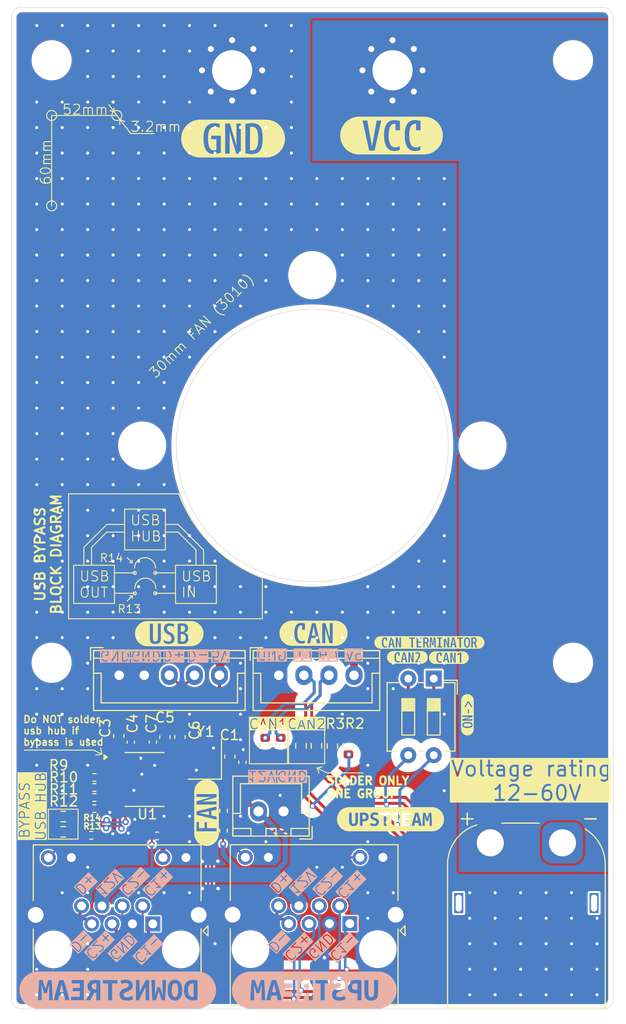
<source format=kicad_pcb>
(kicad_pcb (version 20241229) (generator "pcbnew") (generator_version "9.0")
  (layers (0 "F.Cu" signal) (2 "B.Cu" signal) (13 "F.Paste" user) (15 "B.Paste" user) (5 "F.SilkS" user "F.Silkscreen") (7 "B.SilkS" user "B.Silkscreen") (1 "F.Mask" user) (3 "B.Mask" user) (25 "Edge.Cuts" user))
  (net 0 "")
  (net 1 "GND")
  (net 2 "+5V")
  (net 3 "Net-(U1-VDD33)")
  (net 4 "+12V")
  (net 5 "VCC")
  (net 6 "Net-(J1-Pad12)")
  (net 7 "Net-(J2-Pad10)")
  (net 8 "Net-(J1-Pad10)")
  (net 9 "Net-(J2-Pad12)")
  (net 10 "Net-(U1-DM2)")
  (net 11 "Net-(U1-DP2)")
  (net 12 "Net-(U1-DM1)")
  (net 13 "Net-(U1-DP1)")
  (net 14 "Net-(U1-XI)")
  (net 16 "Net-(U1-XO)")
  (net 21 "USB_UPSTREAM_D+")
  (net 22 "USB_UPSTREAM_D-")
  (net 23 "/CAN/CAN2-")
  (net 24 "/CAN/CAN2+")
  (net 25 "/CAN/CAN1-")
  (net 26 "/CAN/CAN1+")
  (net 27 "USB_DOWNSTREAM_D-")
  (net 28 "USB_DOWNSTREAM_D+")
  (net 29 "/CAN/CAN-")
  (net 30 "/CAN/CAN+")
  (net 31 "/USB/USB_VESC_D-")
  (net 32 "/USB/USB_VESC_D+")
  (net 33 "Net-(R2-Pad2)")
  (net 34 "Net-(R3-Pad2)")
  (footprint "Package_SO:QSOP-16_3.9x4.9mm_P0.635mm" (layer "F.Cu") (at 93.26 125.6225)
    (property "Reference" "U1")
    (property "Value" "CH334R" (hide yes))
  )
  (footprint "Connector_JST:JST_XH_B4B-XH-A_1x04_P2.50mm_Vertical" (layer "F.Cu") (at 106.66 115.245)
    (property "Reference" "J3" (hide yes))
    (property "Value" "Conn_01x04")
  )
  (footprint "MountingHole:MountingHole_4.3mm_M4" (layer "F.Cu") (at 110 75.40202 135)
    (property "Reference" "H2" (hide yes))
    (property "Value" "MountingHole")
  )
  (footprint "Capacitor_SMD:C_0603_1608Metric" (layer "F.Cu") (at 95.3 121.4 -90)
    (property "Reference" "C5")
    (property "Value" "10u")
  )
  (footprint "kibuzzard-675D9C73" (layer "F.Cu") (at 123.62 113.49)
    (property "Reference" "kibuzzard-675D9C73" (hide yes))
    (property "Value" "G***" (hide yes))
  )
  (footprint "Capacitor_SMD:C_0603_1608Metric" (layer "F.Cu") (at 101.78 123.340001 -90)
    (property "Reference" "C1")
    (property "Value" "10u")
  )
  (footprint "Button_Switch_THT:SW_DIP_SPSTx02_Slide_6.7x6.64mm_W7.62mm_P2.54mm_LowProfile" (layer "F.Cu") (at 122.11 115.58 -90)
    (property "Reference" "SW1" (hide yes))
    (property "Value" "SW_DIP_x02")
  )
  (footprint "Resistor_SMD:R_0402_1005Metric" (layer "F.Cu") (at 88.27 127.4225 180)
    (property "Reference" "R11")
    (property "Value" "22R")
  )
  (footprint "Resistor_SMD:R_0603_1608Metric" (layer "F.Cu") (at 105.3 122.3 -90)
    (property "Reference" "R8" (hide yes))
    (property "Value" "0R")
  )
  (footprint "Resistor_SMD:R_0603_1608Metric" (layer "F.Cu") (at 113.6 122.3 90)
    (property "Reference" "R2")
    (property "Value" "120R")
  )
  (footprint "Resistor_SMD:R_0402_1005Metric" (layer "F.Cu") (at 88.27 128.5225)
    (property "Reference" "R12")
    (property "Value" "22R")
  )
  (footprint "Resistor_SMD:R_0603_1608Metric" (layer "F.Cu") (at 112 122.3 90)
    (property "Reference" "R3")
    (property "Value" "120R")
  )
  (footprint "MountingHole:MountingHole_3.5mm" (layer "F.Cu") (at 84 54)
    (property "Reference" "H6" (hide yes))
    (property "Value" "MountingHole")
  )
  (footprint "MountingHole:MountingHole_4mm_Pad_Via" (layer "F.Cu") (at 118 55)
    (property "Reference" "H9" (hide yes))
    (property "Value" "VCC_VESC")
  )
  (footprint "Resistor_SMD:R_0402_1005Metric" (layer "F.Cu") (at 94.509999 131.25)
    (property "Reference" "R17" (hide yes))
    (property "Value" "1k")
  )
  (footprint "MountingHole:MountingHole_3.5mm" (layer "F.Cu") (at 136 114)
    (property "Reference" "H8" (hide yes))
    (property "Value" "MountingHole")
  )
  (footprint "Connector_JST:JST_XH_B5B-XH-A_1x05_P2.50mm_Vertical" (layer "F.Cu") (at 90.74 115.24)
    (property "Reference" "J4" (hide yes))
    (property "Value" "Conn_01x05")
  )
  (footprint "Connector_AMASS:AMASS_XT60PW-M_1x02_P7.20mm_Horizontal" (layer "F.Cu") (at 134.95 131.930001 180)
    (property "Reference" "J5" (hide yes))
    (property "Value" "VCC_IN")
  )
  (footprint "kibuzzard-674E4526" (layer "F.Cu") (at 117.9 61.5)
    (property "Reference" "kibuzzard-674E4526" (hide yes))
    (property "Value" "G***" (hide yes))
  )
  (footprint "Crystal:Crystal_SMD_3225-4Pin_3.2x2.5mm" (layer "F.Cu") (at 99.29 123.590001 90)
    (property "Reference" "Y1")
    (property "Value" "12Mhz")
  )
  (footprint "kibuzzard-674E4620" (layer "F.Cu") (at 95.73 111.100001)
    (property "Reference" "kibuzzard-674E4620" (hide yes))
    (property "Value" "G***" (hide yes))
  )
  (footprint "Resistor_SMD:R_0402_1005Metric" (layer "F.Cu") (at 88.27 125.4225)
    (property "Reference" "R9")
    (property "Value" "22R")
  )
  (footprint "Resistor_SMD:R_0603_1608Metric" (layer "F.Cu") (at 106.850001 122.3 -90)
    (property "Reference" "R6" (hide yes))
    (property "Value" "0R")
  )
  (footprint "Capacitor_SMD:C_0603_1608Metric" (layer "F.Cu") (at 96.8 121.4 -90)
    (property "Reference" "C6")
    (property "Value" "1u")
  )
  (footprint "Resistor_SMD:R_0402_1005Metric" (layer "F.Cu") (at 101.15 128.750001 -90)
    (property "Reference" "R1" (hide yes))
    (property "Value" "1k")
  )
  (footprint "Capacitor_SMD:C_0603_1608Metric" (layer "F.Cu") (at 90.7 121.3 -90)
    (property "Reference" "C3")
    (property "Value" "10u")
  )
  (footprint "Capacitor_SMD:C_0402_1005Metric" (layer "F.Cu") (at 91.9 121.9 -90)
    (property "Reference" "C4")
    (property "Value" "100n")
  )
  (footprint "MountingHole:MountingHole_4.3mm_M4" (layer "F.Cu") (at 126.970563 92.372583 135)
    (property "Reference" "H4" (hide yes))
    (property "Value" "MountingHole")
  )
  (footprint "kibuzzard-675D9C7D" (layer "F.Cu") (at 119.48 113.46)
    (property "Reference" "kibuzzard-675D9C7D" (hide yes))
    (property "Value" "G***" (hide yes))
  )
  (footprint "kibuzzard-674E4631" (layer "F.Cu") (at 99.45 128.930001 90)
    (property "Reference" "kibuzzard-674E4631" (hide yes))
    (property "Value" "G***" (hide yes))
  )
  (footprint "Capacitor_SMD:C_0402_1005Metric" (layer "F.Cu") (at 103.03 123.910001 -90)
    (property "Reference" "C2" (hide yes))
    (property "Value" "100n")
  )
  (footprint "Connector_JST:JST_XH_B2B-XH-A_1x02_P2.50mm_Vertical" (layer "F.Cu") (at 107.13 128.800001 180)
    (property "Reference" "J6" (hide yes))
    (property "Value" "Conn_01x02")
  )
  (footprint "kibuzzard-674E452F" (layer "F.Cu") (at 102.1 61.8)
    (property "Reference" "kibuzzard-674E452F" (hide yes))
    (property "Value" "G***" (hide yes))
  )
  (footprint "Capacitor_SMD:C_0402_1005Metric" (layer "F.Cu") (at 94.1 121.9 -90)
    (property "Reference" "C7")
    (property "Value" "100n")
  )
  (footprint "kibuzzard-674E462A" (layer "F.Cu") (at 110.12 111.06)
    (property "Reference" "kibuzzard-674E462A" (hide yes))
    (property "Value" "G***" (hide yes))
  )
  (footprint "Resistor_SMD:R_0603_1608Metric" (layer "F.Cu") (at 108.870001 122.27 90)
    (property "Reference" "R7" (hide yes))
    (property "Value" "0R")
  )
  (footprint "kibuzzard-675D9CCD" (layer "F.Cu") (at 125.47 119.18 90)
    (property "Reference" "kibuzzard-675D9CCD" (hide yes))
    (property "Value" "G***" (hide yes))
  )
  (footprint "Resistor_SMD:R_0402_1005Metric" (layer "F.Cu") (at 87.95 131.180001 180)
    (property "Reference" "R4" (hide yes))
    (property "Value" "1k")
  )
  (footprint "kibuzzard-675D9C67" (layer "F.Cu") (at 121.68 111.98)
    (property "Reference" "kibuzzard-675D9C67" (hide yes))
    (property "Value" "G***" (hide yes))
  )
  (footprint "Resistor_SMD:R_0603_1608Metric" (layer "F.Cu") (at 110.41 122.27 90)
    (property "Reference" "R5" (hide yes))
    (property "Value" "0R")
  )
  (footprint "Resistor_SMD:R_0402_1005Metric" (layer "F.Cu") (at 88.26 126.4225)
    (property "Reference" "R10")
    (property "Value" "22R")
  )
  (footprint "Resistor_SMD:R_0603_1608Metric" (layer "F.Cu") (at 85.1525 130.8325)
    (property "Reference" "R13")
    (property "Value" "0R")
  )
  (footprint "MountingHole:MountingHole_4mm_Pad_Via" (layer "F.Cu") (at 102 55)
    (property "Reference" "H10" (hide yes))
    (property "Value" "GND_VESC")
  )
  (footprint "kibuzzard-6754762D" (layer "F.Cu") (at 117.8 129.580001)
    (property "Reference" "kibuzzard-6754762D" (hide yes))
    (property "Value" "G***" (hide yes))
  )
  (footprint "Resistor_SMD:R_0402_1005Metric" (layer "F.Cu") (at 101.14 130.720001 90)
    (property "Reference" "R18" (hide yes))
    (property "Value" "1k")
  )
  (footprint "Connector_RJ:RJ45_Amphenol_RJHSE538X" (layer "F.Cu") (at 113.744 139.980001 180)
    (property "Reference" "J1" (hide yes))
    (property "Value" "RJ45_LED_Shielded")
  )
  (footprint "Connector_RJ:RJ45_Amphenol_RJHSE538X" (layer "F.Cu") (at 94.096 140 180)
    (property "Reference" "J2" (hide yes))
    (property "Value" "RJ45_LED_Shielded")
  )
  (footprint "Resistor_SMD:R_0603_1608Metric" (layer "F.Cu") (at 85.1625 129.3125)
    (property "Reference" "R14")
    (property "Value" "0R")
  )
  (footprint "MountingHole:MountingHole_3.5mm" (layer "F.Cu") (at 136 54)
    (property "Reference" "H3" (hide yes))
    (property "Value" "MountingHole")
  )
  (footprint "MountingHole:MountingHole_4.3mm_M4" (layer "F.Cu") (at 93.029437 92.372583 135)
    (property "Reference" "H7" (hide yes))
    (property "Value" "MountingHole")
  )
  (footprint "MountingHole:MountingHole_3.5mm" (layer "F.Cu") (at 84 114)
    (property "Reference" "H5" (hide yes))
    (property "Value" "MountingHole")
  )
  (footprint "kibuzzard-67314807" (layer "B.Cu") (at 90.596 146.6 180)
    (property "Reference" "kibuzzard-67314807" (hide yes))
    (property "Value" "G***" (hide yes))
  )
  (footprint "kibuzzard-673147F0" (layer "B.Cu") (at 110.196 146.6 180)
    (property "Reference" "kibuzzard-673147F0" (hide yes))
    (property "Value" "G***" (hide yes))
  )
  (gr_line (start 86.6425 128.5825) (end 83.6825 128.5825) (stroke (width 0.1)) (layer "F.SilkS"))
  (gr_line (start 90.2 59.11) (end 90.24 58.74) (stroke (width 0.1)) (layer "F.SilkS"))
  (gr_line (start 92.04315 107.588941) (end 92.04315 107.334941) (stroke (width 0.1)) (layer "F.SilkS"))
  (gr_line (start 92.04315 107.334941) (end 91.78915 107.334941) (stroke (width 0.1)) (layer "F.SilkS"))
  (gr_line (start 91.28115 100.222941) (end 89.50315 100.222941) (stroke (width 0.1)) (layer "F.SilkS"))
  (gr_line (start 110.47 124.47) (end 110.67 124.97) (stroke (width 0.1)) (layer "F.SilkS"))
  (gr_line (start 92.04315 104.032941) (end 91.78915 104.032941) (stroke (width 0.1)) (layer "F.SilkS"))
  (gr_line (start 92.04315 104.032941) (end 92.04315 103.778941) (stroke (width 0.1)) (layer "F.SilkS"))
  (gr_circle (center 94.32915 105.048941) (end 94.180086 105.048941) (stroke (width 0.1)) (fill no) (layer "F.SilkS"))
  (gr_line (start 91.28115 100.984941) (end 89.50315 100.984941) (stroke (width 0.1)) (layer "F.SilkS"))
  (gr_line (start 98.39315 104.286941) (end 98.39315 102.762941) (stroke (width 0.1)) (layer "F.SilkS"))
  (gr_line (start 90.1 59.1) (end 89.8 59) (stroke (width 0.1)) (layer "F.SilkS"))
  (gr_line (start 83.6725 131.5625) (end 83.6825 128.5825) (stroke (width 0.1)) (layer "F.SilkS"))
  (gr_line (start 87.97915 102.508941) (end 87.97915 104.286941) (stroke (width 0.1)) (layer "F.SilkS"))
  (gr_arc (start 92.29715 106.604209) (mid 93.344418 105.556941) (end 94.391686 106.604209) (stroke (width 0.1)) (layer "F.SilkS"))
  (gr_line (start 91.53515 107.842941) (end 92.04315 107.334941) (stroke (width 0.1)) (layer "F.SilkS"))
  (gr_line (start 81.3 122.7) (end 88.2 122.7) (stroke (width 0.1)) (layer "F.SilkS"))
  (gr_circle (center 84 68.5) (end 84.5 68.5) (stroke (width 0.1)) (fill no) (layer "F.SilkS"))
  (gr_line (start 85.69315 97.174941) (end 96.71515 97.174941) (stroke (width 0.1)) (layer "F.SilkS"))
  (gr_line (start 96.36115 105.048941) (end 94.32915 105.048941) (stroke (width 0.1)) (layer "F.SilkS"))
  (gr_circle (center 92.29715 107.080941) (end 92.446214 107.080941) (stroke (width 0.1)) (fill no) (layer "F.SilkS"))
  (gr_line (start 89 123.1) (end 88.9 122.5) (stroke (width 0.1)) (layer "F.SilkS"))
  (gr_rect (start 107.63 119.42) (end 111.23 124.05) (stroke (width 0.1)) (fill no) (layer "F.SilkS"))
  (gr_circle (center 94.32915 107.080941) (end 94.180086 107.080941) (stroke (width 0.1)) (fill no) (layer "F.SilkS"))
  (gr_line (start 99.15515 104.286941) (end 99.15515 102.762941) (stroke (width 0.1)) (layer "F.SilkS"))
  (gr_line (start 88.2 122.7) (end 89 123.1) (stroke (width 0.1)) (layer "F.SilkS"))
  (gr_line (start 84 59.5) (end 84 68.5) (stroke (width 0.1)) (layer "F.SilkS"))
  (gr_line (start 85.69315 109.620941) (end 85.69315 97.174941) (stroke (width 0.1)) (layer "F.SilkS"))
  (gr_line (start 96.61515 100.984941) (end 95.34515 100.984941) (stroke (width 0.1)) (layer "F.SilkS"))
  (gr_line (start 99.15515 102.762941) (end 96.61515 100.222941) (stroke (width 0.1)) (layer "F.SilkS"))
  (gr_line (start 89.50315 100.222941) (end 87.21715 102.508941) (stroke (width 0.1)) (layer "F.SilkS"))
  (gr_line (start 86.6325 131.5625) (end 83.6725 131.5625) (stroke (width 0.1)) (layer "F.SilkS"))
  (gr_rect (start 91.28115 98.698941) (end 95.34515 102.762941) (stroke (width 0.1)) (fill no) (layer "F.SilkS"))
  (gr_line (start 91.53515 103.524941) (end 92.04315 104.032941) (stroke (width 0.1)) (layer "F.SilkS"))
  (gr_line (start 96.61515 100.222941) (end 95.34515 100.222941) (stroke (width 0.1)) (layer "F.SilkS"))
  (gr_rect (start 86.20115 104.286941) (end 90.26515 108.096941) (stroke (width 0.1)) (fill no) (layer "F.SilkS"))
  (gr_line (start 96.36115 107.080941) (end 94.32915 107.080941) (stroke (width 0.1)) (layer "F.SilkS"))
  (gr_line (start 91.9 61.3) (end 94.2 61.3) (stroke (width 0.1)) (layer "F.SilkS"))
  (gr_arc (start 104.99515 105.524348) (mid 99.939519 102.238839) (end 96.69 97.16) (stroke (width 0.1)) (layer "F.SilkS"))
  (gr_arc (start 92.265882 104.572209) (mid 93.31315 103.524941) (end 94.360418 104.572209) (stroke (width 0.1)) (layer "F.SilkS"))
  (gr_line (start 90.26515 105.048941) (end 92.29715 105.048941) (stroke (width 0.1)) (layer "F.SilkS"))
  (gr_line (start 90.8 59.9) (end 89.7 58.4) (stroke (width 0.1)) (layer "F.SilkS"))
  (gr_circle (center 90.5 59.5) (end 91 59.5) (stroke (width 0.1)) (fill no) (layer "F.SilkS"))
  (gr_line (start 84 59.5) (end 90.5 59.5) (stroke (width 0.1)) (layer "F.SilkS"))
  (gr_line (start 90.8 59.9) (end 90.8 60.4) (stroke (width 0.1)) (layer "F.SilkS"))
  (gr_line (start 115.07 124.97) (end 111.47 124.97) (stroke (width 0.1)) (layer "F.SilkS"))
  (gr_line (start 89.50315 100.984941) (end 87.97915 102.508941) (stroke (width 0.1)) (layer "F.SilkS"))
  (gr_line (start 90.8 59.9) (end 91.9 61.3) (stroke (width 0.1)) (layer "F.SilkS"))
  (gr_line (start 110.47 124.47) (end 110.97 124.37) (stroke (width 0.1)) (layer "F.SilkS"))
  (gr_line (start 89 123.1) (end 88.4 123.2) (stroke (width 0.1)) (layer "F.SilkS"))
  (gr_line (start 105.017661 105.534941) (end 105.017661 109.620941) (stroke (width 0.1)) (layer "F.SilkS"))
  (gr_rect (start 103.73 119.42) (end 107.53 124.06) (stroke (width 0.1)) (fill no) (layer "F.SilkS"))
  (gr_line (start 87.21715 102.508941) (end 87.21715 104.286941) (stroke (width 0.1)) (layer "F.SilkS"))
  (gr_rect (start 96.36115 104.286941) (end 100.42515 108.096941) (stroke (width 0.1)) (fill no) (layer "F.SilkS"))
  (gr_circle (center 84 59.5) (end 84.5 59.5) (stroke (width 0.1)) (fill no) (layer "F.SilkS"))
  (gr_line (start 98.39315 102.762941) (end 96.61515 100.984941) (stroke (width 0.1)) (layer "F.SilkS"))
  (gr_line (start 111.47 124.97) (end 110.47 124.47) (stroke (width 0.1)) (layer "F.SilkS"))
  (gr_line (start 86.6425 128.5825) (end 86.6325 131.5625) (stroke (width 0.1)) (layer "F.SilkS"))
  (gr_line (start 90.8 59.9) (end 91.3 60.1) (stroke (width 0.1)) (layer "F.SilkS"))
  (gr_line (start 105.017661 109.620941) (end 85.69315 109.620941) (stroke (width 0.1)) (layer "F.SilkS"))
  (gr_line (start 90.26515 107.080941) (end 92.29715 107.080941) (stroke (width 0.1)) (layer "F.SilkS"))
  (gr_circle (center 92.29715 105.048941) (end 92.446214 105.048941) (stroke (width 0.1)) (fill no) (layer "F.SilkS"))
  (gr_circle (center 110 92.372583) (end 100.2 83) (stroke (width 0.05)) (fill no) (layer "Edge.Cuts"))
  (gr_line (start 140 49.730001) (end 140 147.480001) (stroke (width 0.05)) (layer "Edge.Cuts"))
  (gr_arc (start 80 49.730002) (mid 80.292893 49.022895) (end 81 48.730002) (stroke (width 0.05)) (layer "Edge.Cuts"))
  (gr_arc (start 140 147.480001) (mid 139.707107 148.187108) (end 139 148.480001) (stroke (width 0.05)) (layer "Edge.Cuts"))
  (gr_arc (start 139 48.730002) (mid 139.707107 49.022895) (end 140 49.730002) (stroke (width 0.05)) (layer "Edge.Cuts"))
  (gr_line (start 80 147.480001) (end 80.000001 49.730001) (stroke (width 0.05)) (layer "Edge.Cuts"))
  (gr_line (start 139 148.480001) (end 81 148.480001) (stroke (width 0.05)) (layer "Edge.Cuts"))
  (gr_line (start 81 48.730001) (end 139 48.730001) (stroke (width 0.05)) (layer "Edge.Cuts"))
  (gr_arc (start 81 148.480001) (mid 80.292893 148.187108) (end 80 147.480001) (stroke (width 0.05)) (layer "Edge.Cuts"))
  (gr_text "60mm" (at 84 66.5 90) (layer "F.SilkS") (effects (font (size 1 1) (thickness 0.1)) (justify left bottom)))
  (gr_text "\n3.2mm" (at 91.8 61.2 0) (layer "F.SilkS") (effects (font (size 1 1) (thickness 0.1)) (justify left bottom)))
  (gr_text "R13" (at 90.51915 109.112941 0) (layer "F.SilkS") (effects (font (size 0.8 0.8) (thickness 0.1)) (justify left bottom)))
  (gr_text "52mm" (at 85 59.5 0) (layer "F.SilkS") (effects (font (size 1 1) (thickness 0.1)) (justify left bottom)))
  (gr_text "USB\nHUB" (at 91.78915 102.000941 0) (layer "F.SilkS") (effects (font (size 1 1) (thickness 0.1)) (justify left bottom)))
  (gr_text "USB\nOUT" (at 86.70915 107.588941 0) (layer "F.SilkS") (effects (font (size 1 1) (thickness 0.1)) (justify left bottom)))
  (gr_text "SOLDER ONLY \nONE GROUP" (at 111.31 127.51 0) (layer "F.SilkS") (effects (font (size 0.8 0.8) (thickness 0.2) (bold yes)) (justify left bottom)))
  (gr_text "CAN1" (at 103.6 120.7 0) (layer "F.SilkS" knockout) (effects (font (size 1 1) (thickness 0.1)) (justify left bottom)))
  (gr_text "R14" (at 88.74115 104.032941 0) (layer "F.SilkS") (effects (font (size 0.8 0.8) (thickness 0.1)) (justify left bottom)))
  (gr_text "Do NOT solder \nusb hub if \nbypass is used" (at 81.1 122.3 0) (layer "F.SilkS") (effects (font (size 0.7 0.7) (thickness 0.14) (bold yes)) (justify left bottom)))
  (gr_text "CAN2\n" (at 107.43 120.7 0) (layer "F.SilkS" knockout) (effects (font (size 1 1) (thickness 0.1)) (justify left bottom)))
  (gr_text "USB BYPASS\nBLOCK DIAGRAM" (at 85.04 103.19 90) (layer "F.SilkS") (effects (font (size 1 1) (thickness 0.2) (bold yes)) (justify bottom)))
  (gr_text "USB\nIN" (at 96.86915 107.588941 0) (layer "F.SilkS") (effects (font (size 1 1) (thickness 0.1)) (justify left bottom)))
  (gr_text "Voltage rating \n12-60V" (at 132.41 127.850001 0) (layer "F.SilkS" knockout) (effects (font (size 1.5 1.5) (thickness 0.2)) (justify bottom)))
  (gr_text "BYPASS \nUSB HUB" (at 83.5 128.3 90) (layer "F.SilkS" knockout) (effects (font (size 1 1) (thickness 0.1)) (justify bottom)))
  (gr_text "30mm FAN (3010)" (at 94.36 85.86 45) (layer "F.SilkS") (effects (font (size 1 1) (thickness 0.1)) (justify left bottom)))
  (gr_text "C1-\n" (at 111.496 143.1 -135) (layer "B.SilkS" knockout) (effects (font (size 1 1) (thickness 0.1)) (justify left bottom mirror)))
  (gr_text "D-" (at 85.656 142.189999 -135) (layer "B.SilkS" knockout) (effects (font (size 1 1) (thickness 0.1)) (justify left bottom mirror)))
  (gr_text "D-" (at 97.42 112.7 180) (layer "B.SilkS" knockout) (effects (font (size 1 1) (thickness 0.1)) (justify left bottom mirror)))
  (gr_text "D-" (at 105.4 142.2 -135) (layer "B.SilkS" knockout) (effects (font (size 1 1) (thickness 0.1)) (justify left bottom mirror)))
  (gr_text "GND\n" (at 88.72 112.7 180) (layer "B.SilkS" knockout) (effects (font (size 1 1) (thickness 0.1)) (justify left bottom mirror)))
  (gr_text "C1-\n" (at 91.996 143.3 -135) (layer "B.SilkS" knockout) (effects (font (size 1 1) (thickness 0.1)) (justify left bottom mirror)))
  (gr_text "C1+\n" (at 112.246 136.88 -135) (layer "B.SilkS" knockout) (effects (font (size 1 1) (thickness 0.1)) (justify left bottom mirror)))
  (gr_text "D+" (at 86.126 136.449999 -135) (layer "B.SilkS" knockout) (effects (font (size 1 1) (thickness 0.1)) (justify left bottom mirror)))
  (gr_text "GND\n" (at 89.516 143.019999 -135) (layer "B.SilkS" knockout) (effects (font (size 1 1) (thickness 0.1)) (justify left bottom mirror)))
  (gr_text "C1+\n" (at 92.966 136.669999 -135) (layer "B.SilkS" knockout) (effects (font (size 1 1) (thickness 0.1)) (justify left bottom mirror)))
  (gr_text "5V" (at 115.16 113.86 0) (layer "B.SilkS" knockout) (effects (font (size 1 1) (thickness 0.1)) (justify left bottom mirror)))
  (gr_text "GND\n" (at 91.82 112.7 180) (layer "B.SilkS" knockout) (effects (font (size 1 1) (thickness 0.1)) (justify left bottom mirror)))
  (gr_text "CH" (at 112.66 113.86 0) (layer "B.SilkS" knockout) (effects (font (size 1 1) (thickness 0.1)) (justify left bottom mirror)))
  (gr_text "12V" (at 107.586 136.449999 -135) (layer "B.SilkS" knockout) (effects (font (size 1 1) (thickness 0.1)) (justify left bottom mirror)))
  (gr_text "GND\n" (at 106.4 124.7 180) (layer "B.SilkS" knockout) (effects (font (size 1 1) (thickness 0.1)) (justify left bottom mirror)))
  (gr_text "C2-\n" (at 109.926 136.6 -135) (layer "B.SilkS" knockout) (effects (font (size 1 1) (thickness 0.1)) (justify left bottom mirror)))
  (gr_text "C2+\n" (at 87.156 142.909999 -135) (layer "B.SilkS" knockout) (effects (font (size 1 1) (thickness 0.1)) (justify left bottom mirror)))
  (gr_text "C2+\n" (at 106.966 143.08 -135) (layer "B.SilkS" knockout) (effects (font (size 1 1) (thickness 0.1)) (justify left bottom mirror)))
  (gr_text "12V" (at 103.5 124.7 180) (layer "B.SilkS" knockout) (effects (font (size 1 1) (thickness 0.1)) (justify left bottom mirror)))
  (gr_text "GND\n" (at 107.559999 113.86 0) (layer "B.SilkS" knockout) (effects (font (size 1 1) (thickness 0.1)) (justify left bottom mirror)))
  (gr_text "D+" (at 95.02 112.7 180) (layer "B.SilkS" knockout) (effects (font (size 1 1) (thickness 0.1)) (justify left bottom mirror)))
  (gr_text "CL" (at 110.059999 113.86 0) (layer "B.SilkS" knockout) (effects (font (size 1 1) (thickness 0.1)) (justify left bottom mirror)))
  (gr_text "5V" (at 99.82 112.7 180) (layer "B.SilkS" knockout) (effects (font (size 1 1) (thickness 0.1)) (justify left bottom mirror)))
  (gr_text "C2-\n" (at 90.666 136.569999 -135) (layer "B.SilkS" knockout) (effects (font (size 1 1) (thickness 0.1)) (justify left bottom mirror)))
  (gr_text "12V" (at 88.326 136.569999 -135) (layer "B.SilkS" knockout) (effects (font (size 1 1) (thickness 0.1)) (justify left bottom mirror)))
  (gr_text "D+" (at 105.6 136.3 -135) (layer "B.SilkS" knockout) (effects (font (size 1 1) (thickness 0.1)) (justify left bottom mirror)))
  (gr_text "GND\n" (at 109.306 142.92 -135) (layer "B.SilkS" knockout) (effects (font (size 1 1) (thickness 0.1)) (justify left bottom mirror)))
  (segment (start 103.11 122.650001) (end 101.865 122.650001) (width 0.2) (layer "F.Cu") (net 1))
  (segment (start 101.78 122.565001) (end 103.025 122.565001) (width 0.2) (layer "F.Cu") (net 1))
  (segment (start 94.72 124.67) (end 95.8975 124.67) (width 0.3) (layer "F.Cu") (net 1))
  (segment (start 94.2725 124.2225) (end 94.72 124.67) (width 0.3) (layer "F.Cu") (net 1))
  (segment (start 103.03 122.570001) (end 103.03 123.430001) (width 0.2) (layer "F.Cu") (net 1))
  (segment (start 101.865 122.650001) (end 101.78 122.565001) (width 0.2) (layer "F.Cu") (net 1))
  (segment (start 103.025 122.565001) (end 103.03 122.570001) (width 0.2) (layer "F.Cu") (net 1))
  (via (at 97.755 63.24) (size 0.6) (drill 0.3) (layers "F.Cu" "B.Cu") (net 1))
  (via (at 123.155 103.88) (size 0.6) (drill 0.3) (layers "F.Cu" "B.Cu") (net 1))
  (via (at 95.215 58.16) (size 0.6) (drill 0.3) (layers "F.Cu" "B.Cu") (net 1))
  (via (at 123.155 126.74) (size 0.6) (drill 0.3) (layers "F.Cu" "B.Cu") (net 1))
  (via (at 92.3 129.6) (size 0.6) (drill 0.3) (layers "F.Cu" "B.Cu") (net 1))
  (via (at 100.295 111.5) (size 0.6) (drill 0.3) (layers "F.Cu" "B.Cu") (net 1))
  (via (at 97.755 50.54) (size 0.6) (drill 0.3) (layers "F.Cu" "B.Cu") (net 1))
  (via (at 120.615 75.94) (size 0.6) (drill 0.3) (layers "F.Cu" "B.Cu") (net 1))
  (via (at 100.295 65.78) (size 0.6) (drill 0.3) (layers "F.Cu" "B.Cu") (net 1))
  (via (at 95.215 55.62) (size 0.6) (drill 0.3) (layers "F.Cu" "B.Cu") (net 1))
  (via (at 100.295 70.86) (size 0.6) (drill 0.3) (layers "F.Cu" "B.Cu") (net 1))
  (via (at 95.215 73.4) (size 0.6) (drill 0.3) (layers "F.Cu" "B.Cu") (net 1))
  (via (at 97.755 60.7) (size 0.6) (drill 0.3) (layers "F.Cu" "B.Cu") (net 1))
  (via (at 85.055 63.24) (size 0.6) (drill 0.3) (layers "F.Cu" "B.Cu") (net 1))
  (via (at 95.215 96.26) (size 0.6) (drill 0.3) (layers "F.Cu" "B.Cu") (net 1))
  (via (at 97.755 65.78) (size 0.6) (drill 0.3) (layers "F.Cu" "B.Cu") (net 1))
  (via (at 123.155 81.02) (size 0.6) (drill 0.3) (layers "F.Cu" "B.Cu") (net 1))
  (via (at 87.595 124.2) (size 0.6) (drill 0.3) (layers "F.Cu" "B.Cu") (net 1))
  (via (at 123.155 108.96) (size 0.6) (drill 0.3) (layers "F.Cu" "B.Cu") (net 1))
  (via (at 90.135 103.88) (size 0.6) (drill 0.3) (layers "F.Cu" "B.Cu") (net 1))
  (via (at 82.515 106.42) (size 0.6) (drill 0.3) (layers "F.Cu" "B.Cu") (net 1))
  (via (at 90.135 78.48) (size 0.6) (drill 0.3) (layers "F.Cu" "B.Cu") (net 1))
  (via (at 120.615 103.88) (size 0.6) (drill 0.3) (layers "F.Cu" "B.Cu") (net 1))
  (via (at 115.535 124.2) (size 0.6) (drill 0.3) (layers "F.Cu" "B.Cu") (net 1))
  (via (at 107.915 55.62) (size 0.6) (drill 0.3) (layers "F.Cu" "B.Cu") (net 1))
  (via (at 115.535 73.4) (size 0.6) (drill 0.3) (layers "F.Cu" "B.Cu") (net 1))
  (via (at 95.215 60.7) (size 0.6) (drill 0.3) (layers "F.Cu" "B.Cu") (net 1))
  (via (at 85.055 58.16) (size 0.6) (drill 0.3) (layers "F.Cu" "B.Cu") (net 1))
  (via (at 87.595 121.66) (size 0.6) (drill 0.3) (layers "F.Cu" "B.Cu") (net 1))
  (via (at 105.375 75.94) (size 0.6) (drill 0.3) (layers "F.Cu" "B.Cu") (net 1))
  (via (at 85.055 147.06) (size 0.6) (drill 0.3) (layers "F.Cu" "B.Cu") (net 1))
  (via (at 102.835 78.48) (size 0.6) (drill 0.3) (layers "F.Cu" "B.Cu") (net 1))
  (via (at 123.155 101.34) (size 0.6) (drill 0.3) (layers "F.Cu" "B.Cu") (net 1))
  (via (at 87.595 103.88) (size 0.6) (drill 0.3) (layers "F.Cu" "B.Cu") (net 1))
  (via (at 115.535 116.58) (size 0.6) (drill 0.3) (layers "F.Cu" "B.Cu") (net 1))
  (via (at 82.515 88.64) (size 0.6) (drill 0.3) (layers "F.Cu" "B.Cu") (net 1))
  (via (at 92.675 83.56) (size 0.6) (drill 0.3) (layers "F.Cu" "B.Cu") (net 1))
  (via (at 123.155 119.12) (size 0.6) (drill 0.3) (layers "F.Cu" "B.Cu") (net 1))
  (via (at 100.14 122.490001) (size 0.6) (drill 0.3) (layers "F.Cu" "B.Cu") (net 1))
  (via (at 82.515 68.32) (size 0.6) (drill 0.3) (layers "F.Cu" "B.Cu") (net 1))
  (via (at 82.515 96.26) (size 0.6) (drill 0.3) (layers "F.Cu" "B.Cu") (net 1))
  (via (at 92.9 123.5) (size 0.6) (drill 0.3) (layers "F.Cu" "B.Cu") (net 1))
  (via (at 85.055 101.34) (size 0.6) (drill 0.3) (layers "F.Cu" "B.Cu") (net 1))
  (via (at 85.055 116.58) (size 0.6) (drill 0.3) (layers "F.Cu" "B.Cu") (net 1))
  (via (at 120.615 114.04) (size 0.6) (drill 0.3) (layers "F.Cu" "B.Cu") (net 1))
  (via (at 92.675 96.26) (size 0.6) (drill 0.3) (layers "F.Cu" "B.Cu") (net 1))
  (via (at 85.055 83.56) (size 0.6) (drill 0.3) (layers "F.Cu" "B.Cu") (net 1))
  (via (at 107.915 108.96) (size 0.6) (drill 0.3) (layers "F.Cu" "B.Cu") (net 1))
  (via (at 90.135 98.8) (size 0.6) (drill 0.3) (layers "F.Cu" "B.Cu") (net 1))
  (via (at 90.135 96.26) (size 0.6) (drill 0.3) (layers "F.Cu" "B.Cu") (net 1))
  (via (at 92.675 86.1) (size 0.6) (drill 0.3) (layers "F.Cu" "B.Cu") (net 1))
  (via (at 130.775 147.06) (size 0.6) (drill 0.3) (layers "F.Cu" "B.Cu") (net 1))
  (via (at 92.675 108.96) (size 0.6) (drill 0.3) (layers "F.Cu" "B.Cu") (net 1))
  (via (at 90.1 131.030001) (size 0.6) (drill 0.3) (layers "F.Cu" "B.Cu") (net 1))
  (via (at 90.135 58.16) (size 0.6) (drill 0.3) (layers "F.Cu" "B.Cu") (net 1))
  (via (at 97.755 73.4) (size 0.6) (drill 0.3) (layers "F.Cu" "B.Cu") (net 1))
  (via (at 87.595 91.18) (size 0.6) (drill 0.3) (layers "F.Cu" "B.Cu") (net 1))
  (via (at 90.135 88.64) (size 0.6) (drill 0.3) (layers "F.Cu" "B.Cu") (net 1))
  (via (at 120.615 106.42) (size 0.6) (drill 0.3) (layers "F.Cu" "B.Cu") (net 1))
  (via (at 120.615 68.32) (size 0.6) (drill 0.3) (layers "F.Cu" "B.Cu") (net 1))
  (via (at 100.295 68.32) (size 0.6) (drill 0.3) (layers "F.Cu" "B.Cu") (net 1))
  (via (at 128.235 147.06) (size 0.6) (drill 0.3) (layers "F.Cu" "B.Cu") (net 1))
  (via (at 107.915 68.32) (size 0.6) (drill 0.3) (layers "F.Cu" "B.Cu") (net 1))
  (via (at 92.675 81.02) (size 0.6) (drill 0.3) (layers "F.Cu" "B.Cu") (net 1))
  (via (at 110.455 65.78) (size 0.6) (drill 0.3) (layers "F.Cu" "B.Cu") (net 1))
  (via (at 100.295 108.96) (size 0.6) (drill 0.3) (layers "F.Cu" "B.Cu") (net 1))
  (via (at 120.615 81.02) (size 0.6) (drill 0.3) (layers "F.Cu" "B.Cu") (net 1))
  (via (at 102.835 73.4) (size 0.6) (drill 0.3) (layers "F.Cu" "B.Cu") (net 1))
  (via (at 97.755 108.96) (size 0.6) (drill 0.3) (layers "F.Cu" "B.Cu") (net 1))
  (via (at 110.455 108.96) (size 0.6) (drill 0.3) (layers "F.Cu" "B.Cu") (net 1))
  (via (at 97.755 58.16) (size 0.6) (drill 0.3) (layers "F.Cu" "B.Cu") (net 1))
  (via (at 85.055 50.54) (size 0.6) (drill 0.3) (layers "F.Cu" "B.Cu") (net 1))
  (via (at 112.995 68.32) (size 0.6) (drill 0.3) (layers "F.Cu" "B.Cu") (net 1))
  (via (at 115.535 75.94) (size 0.6) (drill 0.3) (layers "F.Cu" "B.Cu") (net 1))
  (via (at 85.055 86.1) (size 0.6) (drill 0.3) (layers "F.Cu" "B.Cu") (net 1))
  (via (at 82.515 75.94) (size 0.6) (drill 0.3) (layers "F.Cu" "B.Cu") (net 1))
  (via (at 89.8 128.9) (size 0.6) (drill 0.3) (layers "F.Cu" "B.Cu") (net 1))
  (via (at 85.055 136.9) (size 0.6) (drill 0.3) (layers "F.Cu" "B.Cu") (net 1))
  (via (at 102.835 75.94) (size 0.6) (drill 0.3) (layers "F.Cu" "B.Cu") (net 1))
  (via (at 90.135 50.54) (size 0.6) (drill 0.3) (layers "F.Cu" "B.Cu") (net 1))
  (via (at 120.615 111.5) (size 0.6) (drill 0.3) (layers "F.Cu" "B.Cu") (net 1))
  (via (at 82.515 124.2) (size 0.6) (drill 0.3) (layers "F.Cu" "B.Cu") (net 1))
  (via (at 100.295 50.54) (size 0.6) (drill 0.3) (layers "F.Cu" "B.Cu") (net 1))
  (via (at 115.535 78.48) (size 0.6) (drill 0.3) (layers "F.Cu" "B.Cu") (net 1))
  (via (at 87.595 86.1) (size 0.6) (drill 0.3) (layers "F.Cu" "B.Cu") (net 1))
  (via (at 97.755 75.94) (size 0.6) (drill 0.3) (layers "F.Cu" "B.Cu") (net 1))
  (via (at 85.055 103.88) (size 0.6) (drill 0.3) (layers "F.Cu" "B.Cu") (net 1))
  (via (at 118.075 114.04) (size 0.6) (drill 0.3) (layers "F.Cu" "B.Cu") (net 1))
  (via (at 99.0215 136.482001) (size 0.55) (drill 0.35) (layers "F.Cu" "B.Cu") (net 1))
  (via (at 130.775 141.98) (size 0.6) (drill 0.3) (layers "F.Cu" "B.Cu") (net 1))
  (via (at 110.455 68.32) (size 0.6) (drill 0.3) (layers "F.Cu" "B.Cu") (net 1))
  (via (at 138.395 147.06) (size 0.6) (drill 0.3) (layers "F.Cu" "B.Cu") (net 1))
  (via (at 123.155 106.42) (size 0.6) (drill 0.3) (layers "F.Cu" "B.Cu") (net 1))
  (via (at 90.135 75.94) (size 0.6) (drill 0.3) (layers "F.Cu" "B.Cu") (net 1))
  (via (at 115.535 114.04) (size 0.6) (drill 0.3) (layers "F.Cu" "B.Cu") (net 1))
  (via (at 102.835 70.86) (size 0.6) (drill 0.3) (layers "F.Cu" "B.Cu") (net 1))
  (via (at 82.515 147.06) (size 0.6) (drill 0.3) (layers "F.Cu" "B.Cu") (net 1))
  (via (at 90.135 63.24) (size 0.6) (drill 0.3) (layers "F.Cu" "B.Cu") (net 1))
  (via (at 107.915 53.08) (size 0.6) (drill 0.3) (layers "F.Cu" "B.Cu") (net 1))
  (via (at 85.055 108.96) (size 0.6) (drill 0.3) (layers "F.Cu" "B.Cu") (net 1))
  (via (at 125.695 144.52) (size 0.6) (drill 0.3) (layers "F.Cu" "B.Cu") (net 1))
  (via (at 102.835 119.12) (size 0.6) (drill 0.3) (layers "F.Cu" "B.Cu") (net 1))
  (via (at 102.835 106.42) (size 0.6) (drill 0.3) (layers "F.Cu" "B.Cu") (net 1))
  (via (at 90.135 86.1) (size 0.6) (drill 0.3) (layers "F.Cu" "B.Cu") (net 1))
  (via (at 95.215 63.24) (size 0.6) (drill 0.3) (layers "F.Cu" "B.Cu") (net 1))
  (via (at 90.135 101.34) (size 0.6) (drill 0.3) (layers "F.Cu" "B.Cu") (net 1))
  (via (at 107.915 111.5) (size 0.6) (drill 0.3) (layers "F.Cu" "B.Cu") (net 1))
  (via (at 82.515 91.18) (size 0.6) (drill 0.3) (layers "F.Cu" "B.Cu") (net 1))
  (via (at 85.055 75.94) (size 0.6) (drill 0.3) (layers "F.Cu" "B.Cu") (net 1))
  (via (at 115.535 139.44) (size 0.6) (drill 0.3) (layers "F.Cu" "B.Cu") (net 1))
  (via (at 118.075 136.9) (size 0.6) (drill 0.3) (layers "F.Cu" "B.Cu") (net 1))
  (via (at 100.295 106.42) (size 0.6) (drill 0.3) (layers "F.Cu" "B.Cu") (net 1))
  (via (at 87.595 50.54) (size 0.6) (drill 0.3) (layers "F.Cu" "B.Cu") (net 1))
  (via (at 87.595 108.96) (size 0.6) (drill 0.3) (layers "F.Cu" "B.Cu") (net 1))
  (via (at 90.135 83.56) (size 0.6) (drill 0.3) (layers "F.Cu" "B.Cu") (net 1))
  (via (at 118.075 75.94) (size 0.6) (drill 0.3) (layers "F.Cu" "B.Cu") (net 1))
  (via (at 133.315 139.44) (size 0.6) (drill 0.3) (layers "F.Cu" "B.Cu") (net 1))
  (via (at 123.155 65.78) (size 0.6) (drill 0.3) (layers "F.Cu" "B.Cu") (net 1))
  (via (at 112.995 65.78) (size 0.6) (drill 0.3) (layers "F.Cu" "B.Cu") (net 1))
  (via (at 95.215 75.94) (size 0.6) (drill 0.3) (layers "F.Cu" "B.Cu") (net 1))
  (via (at 82.515 116.58) (size 0.6) (drill 0.3) (layers "F.Cu" "B.Cu") (net 1))
  (via (at 92.675 60.7) (size 0.6) (drill 0.3) (layers "F.Cu" "B.Cu") (net 1))
  (via (at 115.535 108.96) (size 0.6) (drill 0.3) (layers "F.Cu" "B.Cu") (net 1))
  (via (at 125.695 141.98) (size 0.6) (drill 0.3) (layers "F.Cu" "B.Cu") (net 1))
  (via (at 85.055 73.4) (size 0.6) (drill 0.3) (layers "F.Cu" "B.Cu") (net 1))
  (via (at 87.595 136.9) (size 0.6) (drill 0.3) (layers "F.Cu" "B.Cu") (net 1))
  (via (at 130.775 144.52) (size 0.6) (drill 0.3) (layers "F.Cu" "B.Cu") (net 1))
  (via (at 102.835 114.04) (size 0.6) (drill 0.3) (layers "F.Cu" "B.Cu") (net 1))
  (via (at 102.835 121.66) (size 0.6) (drill 0.3) (layers "F.Cu" "B.Cu") (net 1))
  (via (at 123.155 68.32) (size 0.6) (drill 0.3) (layers "F.Cu" "B.Cu") (net 1))
  (via (at 100.295 81.02) (size 0.6) (drill 0.3) (layers "F.Cu" "B.Cu") (net 1))
  (via (at 102.835 108.96) (size 0.6) (drill 0.3) (layers "F.Cu" "B.Cu") (net 1))
  (via (at 85.055 119.12) (size 0.6) (drill 0.3) (layers "F.Cu" "B.Cu") (net 1))
  (via (at 107.915 60.7) (size 0.6) (drill 0.3) (layers "F.Cu" "B.Cu") (net 1))
  (via (at 128.235 136.9) (size 0.6) (drill 0.3) (layers "F.Cu" "B.Cu") (net 1))
  (via (at 102.835 68.32) (size 0.6) (drill 0.3) (layers "F.Cu" "B.Cu") (net 1))
  (via (at 85.055 78.48) (size 0.6) (drill 0.3) (layers "F.Cu" "B.Cu") (net 1))
  (via (at 82.515 144.52) (size 0.6) (drill 0.3) (layers "F.Cu" "B.Cu") (net 1))
  (via (at 92.2 126.7) (size 0.6) (drill 0.3) (layers "F.Cu" "B.Cu") (net 1))
  (via (at 95.215 53.08) (size 0.6) (drill 0.3) (layers "F.Cu" "B.Cu") (net 1))
  (via (at 130.775 136.9) (size 0.6) (drill 0.3) (layers "F.Cu" "B.Cu") (net 1))
  (via (at 118.075 70.86) (size 0.6) (drill 0.3) (layers "F.Cu" "B.Cu") (net 1))
  (via (at 111.2 143.365) (size 0.55) (drill 0.35) (layers "F.Cu" "B.Cu") (net 1))
  (via (at 112.995 70.86) (size 0.6) (drill 0.3) (layers "F.Cu" "B.Cu") (net 1))
  (via (at 107.915 65.78) (size 0.6) (drill 0.3) (layers "F.Cu" "B.Cu") (net 1))
  (via (at 105.375 73.4) (size 0.6) (drill 0.3) (layers "F.Cu" "B.Cu") (net 1))
  (via (at 110.455 134.36) (size 0.6) (drill 0.3) (layers "F.Cu" "B.Cu") (net 1))
  (via (at 100.5795 133.761003) (size 0.55) (drill 0.35) (layers "F.Cu" "B.Cu") (net 1))
  (via (at 95.215 88.64) (size 0.6) (drill 0.3) (layers "F.Cu" "B.Cu") (net 1))
  (via (at 105.375 108.96) (size 0.6) (drill 0.3) (layers "F.Cu" "B.Cu") (net 1))
  (via (at 82.515 111.5) (size 0.6) (drill 0.3) (layers "F.Cu" "B.Cu") (net 1))
  (via (at 99.0215 133.782001) (size 0.55) (drill 0.35) (layers "F.Cu" "B.Cu") (net 1))
  (via (at 123.155 70.86) (size 0.6) (drill 0.3) (layers "F.Cu" "B.Cu") (net 1))
  (via (at 135.855 144.52) (size 0.6) (drill 0.3) (layers "F.Cu" "B.Cu") (net 1))
  (via (at 97.755 53.08) (size 0.6) (drill 0.3) (layers "F.Cu" "B.Cu") (net 1))
  (via (at 118.075 68.32) (size 0.6) (drill 0.3) (layers "F.Cu" "B.Cu") (net 1))
  (via (at 95.215 78.48) (size 0.6) (drill 0.3) (layers "F.Cu" "B.Cu") (net 1))
  (via (at 87.595 60.7) (size 0.6) (drill 0.3) (layers "F.Cu" "B.Cu") (net 1))
  (via (at 85.055 88.64) (size 0.6) (drill 0.3) (layers "F.Cu" "B.Cu") (net 1))
  (via (at 123.155 114.04) (size 0.6) (drill 0.3) (layers "F.Cu" "B.Cu") (net 1))
  (via (at 92.675 58.16) (size 0.6) (drill 0.3) (layers "F.Cu" "B.Cu") (net 1))
  (via (at 123.155 75.94) (size 0.6) (drill 0.3) (layers "F.Cu" "B.Cu") (net 1))
  (via (at 95.215 101.34) (size 0.6) (drill 0.3) (layers "F.Cu" "B.Cu") (net 1))
  (via (at 90.135 55.62) (size 0.6) (drill 0.3) (layers "F.Cu" "B.Cu") (net 1))
  (via (at 87.595 144.52) (size 0.6) (drill 0.3) (layers "F.Cu" "B.Cu") (net 1))
  (via (at 115.535 68.32) (size 0.6) (drill 0.3) (layers "F.Cu" "B.Cu") (net 1))
  (via (at 90.135 68.32) (size 0.6) (drill 0.3) (layers "F.Cu" "B.Cu") (net 1))
  (via (at 82.515 119.12) (size 0.6) (drill 0.3) (layers "F.Cu" "B.Cu") (net 1))
  (via (at 87.595 81.02) (size 0.6) (drill 0.3) (layers "F.Cu" "B.Cu") (net 1))
  (via (at 135.855 141.98) (size 0.6) (drill 0.3) (layers "F.Cu" "B.Cu") (net 1))
  (via (at 94.2725 124.2225) (size 0.6) (drill 0.3) (layers "F.Cu" "B.Cu") (net 1))
  (via (at 120.615 78.48) (size 0.6) (drill 0.3) (layers "F.Cu" "B.Cu") (net 1))
  (via (at 97.755 83.56) (size 0.6) (drill 0.3) (layers "F.Cu" "B.Cu") (net 1))
  (via (at 92.675 78.48) (size 0.6) (drill 0.3) (layers "F.Cu" "B.Cu") (net 1))
  (via (at 87.595 78.48) (size 0.6) (drill 0.3) (layers "F.Cu" "B.Cu") (net 1))
  (via (at 95.215 68.32) (size 0.6) (drill 0.3) (layers "F.Cu" "B.Cu") (net 1))
  (via (at 97.755 119.12) (size 0.6) (drill 0.3) (layers "F.Cu" "B.Cu") (net 1))
  (via (at 87.595 141.98) (size 0.6) (drill 0.3) (layers "F.Cu" "B.Cu") (net 1))
  (via (at 87.595 116.58) (size 0.6) (drill 0.3) (layers "F.Cu" "B.Cu") (net 1))
  (via (at 133.315 136.9) (size 0.6) (drill 0.3) (layers "F.Cu" "B.Cu") (net 1))
  (via (at 120.615 70.86) (size 0.6) (drill 0.3) (layers "F.Cu" "B.Cu") (net 1))
  (via (at 92.675 73.4) (size 0.6) (drill 0.3) (layers "F.Cu" "B.Cu") (net 1))
  (via (at 92.675 103.88) (size 0.6) (drill 0.3) (layers "F.Cu" "B.Cu") (net 1))
  (via (at 98.44 124.690001) (size 0.6) (drill 0.3) (layers "F.Cu" "B.Cu") (net 1))
  (via (at 133.315 144.52) (size 0.6) (drill 0.3) (layers "F.Cu" "B.Cu") (net 1))
  (via (at 105.375 131.82) (size 0.6) (drill 0.3) (layers "F.Cu" "B.Cu") (net 1))
  (via (at 92.675 75.94) (size 0.6) (drill 0.3) (layers "F.Cu" "B.Cu") (net 1))
  (via (at 92.675 68.32) (size 0.6) (drill 0.3) (layers "F.Cu" "B.Cu") (net 1))
  (via (at 92.675 63.24) (size 0.6) (drill 0.3) (layers "F.Cu" "B.Cu") (net 1))
  (via (at 87.595 58.16) (size 0.6) (drill 0.3) (layers "F.Cu" "B.Cu") (net 1))
  (via (at 97.755 111.5) (size 0.6) (drill 0.3) (layers "F.Cu" "B.Cu") (net 1))
  (via (at 90.135 93.72) (size 0.6) (drill 0.3) (layers "F.Cu" "B.Cu") (net 1))
  (via (at 120.615 73.4) (size 0.6) (drill 0.3) (layers "F.Cu" "B.Cu") (net 1))
  (via (at 138.395 144.52) (size 0.6) (drill 0.3) (layers "F.Cu" "B.Cu") (net 1))
  (via (at 110.455 111.5) (size 0.6) (drill 0.3) (layers "F.Cu" "B.Cu") (net 1))
  (via (at 90.135 108.96) (size 0.6) (drill 0.3) (layers "F.Cu" "B.Cu") (net 1))
  (via (at 90.135 81.02) (size 0.6) (drill 0.3) (layers "F.Cu" "B.Cu") (net 1))
  (via (at 92.675 98.8) (size 0.6) (drill 0.3) (layers "F.Cu" "B.Cu") (net 1))
  (via (at 82.515 93.72) (size 0.6) (drill 0.3) (layers "F.Cu" "B.Cu") (net 1))
  (via (at 92.675 55.62) (size 0.6) (drill 0.3) (layers "F.Cu" "B.Cu") (net 1))
  (via (at 91.649678 130.962901) (size 0.6) (drill 0.3) (layers "F.Cu" "B.Cu") (net 1))
  (via (at 110.455 70.86) (size 0.6) (drill 0.3) (layers "F.Cu" "B.Cu") (net 1))
  (via (at 82.515 65.78) (size 0.6) (drill 0.3) (layers "F.Cu" "B.Cu") (net 1))
  (via (at 87.595 63.24) (size 0.6) (drill 0.3) (layers "F.Cu" "B.Cu") (net 1))
  (via (at 85.055 93.72) (size 0.6) (drill 0.3) (layers "F.Cu" "B.Cu") (net 1))
  (via (at 85.055 126.74) (size 0.6) (drill 0.3) (layers "F.Cu" "B.Cu") (net 1))
  (via (at 90.135 65.78) (size 0.6) (drill 0.3) (layers "F.Cu" "B.Cu") (net 1))
  (via (at 82.515 58.16) (size 0.6) (drill 0.3) (layers "F.Cu" "B.Cu") (net 1))
  (via (at 123.155 73.4) (size 0.6) (drill 0.3) (layers "F.Cu" "B.Cu") (net 1))
  (via (at 125.695 139.44) (size 0.6) (drill 0.3) (layers "F.Cu" "B.Cu") (net 1))
  (via (at 138.395 141.98) (size 0.6) (drill 0.3) (layers "F.Cu" "B.Cu") (net 1))
  (via (at 90.135 91.18) (size 0.6) (drill 0.3) (layers "F.Cu" "B.Cu") (net 1))
  (via (at 87.595 53.08) (size 0.6) (drill 0.3) (layers "F.Cu" "B.Cu") (net 1))
  (via (at 128.235 144.52) (size 0.6) (drill 0.3) (layers "F.Cu" "B.Cu") (net 1))
  (via (at 97.755 70.86) (size 0.6) (drill 0.3) (layers "F.Cu" "B.Cu") (net 1))
  (via (at 82.515 63.24) (size 0.6) (drill 0.3) (layers "F.Cu" "B.Cu") (net 1))
  (via (at 115.535 70.86) (size 0.6) (drill 0.3) (layers "F.Cu" "B.Cu") (net 1))
  (via (at 82.515 86.1) (size 0.6) (drill 0.3) (layers "F.Cu" "B.Cu") (net 1))
  (via (at 87.595 134.36) (size 0.6) (drill 0.3) (layers "F.Cu" "B.Cu") (net 1))
  (via (at 82.515 60.7) (size 0.6) (drill 0.3) (layers "F.Cu" "B.Cu") (net 1))
  (via (at 87.595 65.78) (size 0.6) (drill 0.3) (layers "F.Cu" "B.Cu") (net 1))
  (via (at 112.995 108.96) (size 0.6) (drill 0.3) (layers "F.Cu" "B.Cu") (net 1))
  (via (at 97.755 136.9) (size 0.6) (drill 0.3) (layers "F.Cu" "B.Cu") (net 1))
  (via (at 125.695 136.9) (size 0.6) (drill 0.3) (layers "F.Cu" "B.Cu") (net 1))
  (via (at 85.055 65.78) (size 0.6) (drill 0.3) (layers "F.Cu" "B.Cu") (net 1))
  (via (at 85.055 106.42) (size 0.6) (drill 0.3) (layers "F.Cu" "B.Cu") (net 1))
  (via (at 107.915 63.24) (size 0.6) (drill 0.3) (layers "F.Cu" "B.Cu") (net 1))
  (via (at 120.615 65.78) (size 0.6) (drill 0.3) (layers "F.Cu" "B.Cu") (net 1))
  (via (at 100.295 63.24) (size 0.6) (drill 0.3) (layers "F.Cu" "B.Cu") (net 1))
  (via (at 90.135 60.7) (size 0.6) (drill 0.3) (layers "F.Cu" "B.Cu") (net 1))
  (via (at 87.595 96.26) (size 0.6) (drill 0.3) (layers "F.Cu" "B.Cu") (net 1))
  (via (at 82.515 73.4) (size 0.6) (drill 0.3) (layers "F.Cu" "B.Cu") (net 1))
  (via (at 115.535 106.42) (size 0.6) (drill 0.3) (layers "F.Cu" "B.Cu") (net 1))
  (via (at 82.515 83.56) (size 0.6) (drill 0.3) (layers "F.Cu" "B.Cu") (net 1))
  (via (at 92.675 111.5) (size 0.6) (drill 0.3) (layers "F.Cu" "B.Cu") (net 1))
  (via (at 106.79 127.2) (size 0.6) (drill 0.3) (layers "F.Cu" "B.Cu") (net 1))
  (via (at 100.295 78.48) (size 0.6) (drill 0.3) (layers "F.Cu" "B.Cu") (net 1))
  (via (at 112.995 73.4) (size 0.6) (drill 0.3) (layers "F.Cu" "B.Cu") (net 1))
  (via (at 105.375 60.7) (size 0.6) (drill 0.3) (layers "F.Cu" "B.Cu") (net 1))
  (via (at 123.155 83.56) (size 0.6) (drill 0.3) (layers "F.Cu" "B.Cu") (net 1))
  (via (at 128.235 141.98) (size 0.6) (drill 0.3) (layers "F.Cu" "B.Cu") (net 1))
  (via (at 87.595 75.94) (size 0.6) (drill 0.3) (layers "F.Cu" "B.Cu") (net 1))
  (via (at 85.055 91.18) (size 0.6) (drill 0.3) (layers "F.Cu" "B.Cu") (net 1))
  (via (at 97.755 103.88) (size 0.6) (drill 0.3) (layers "F.Cu" "B.Cu") (net 1))
  (via (at 92.675 136.9) (size 0.6) (drill 0.3) (layers "F.Cu" "B.Cu") (net 1))
  (via (at 85.055 111.5) (size 0.6) (drill 0.3) (layers "F.Cu" "B.Cu") (net 1))
  (via (at 85.055 96.26) (size 0.6) (drill 0.3) (layers "F.Cu" "B.Cu") (net 1))
  (via (at 118.075 111.5) (size 0.6) (drill 0.3) (layers "F.Cu" "B.Cu") (net 1))
  (via (at 87.595 68.32) (size 0.6) (drill 0.3) (layers "F.Cu" "B.Cu") (net 1))
  (via (at 105.375 63.24) (size 0.6) (drill 0.3) (layers "F.Cu" "B.Cu") (net 1))
  (via (at 100.295 141.98) (size 0.6) (drill 0.3) (layers "F.Cu" "B.Cu") (net 1))
  (via (at 95.215 70.86) (size 0.6) (drill 0.3) (layers "F.Cu" "B.Cu") (net 1))
  (via (at 102.835 129.28) (size 0.6) (drill 0.3) (layers "F.Cu" "B.Cu") (net 1))
  (via (at 95.215 136.9) (size 0.6) (drill 0.3) (layers "F.Cu" "B.Cu") (net 1))
  (via (at 115.535 131.82) (size 0.6) (drill 0.3) (layers "F.Cu" "B.Cu") (net 1))
  (via (at 102.835 65.78) (size 0.6) (drill 0.3) (layers "F.Cu" "B.Cu") (net 1))
  (via (at 112.995 111.5) (size 0.6) (drill 0.3) (layers "F.Cu" "B.Cu") (net 1))
  (via (at 95.215 98.8) (size 0.6) (drill 0.3) (layers "F.Cu" "B.Cu") (net 1))
  (via (at 97.755 129.28) (size 0.6) (drill 0.3) (layers "F.Cu" "B.Cu") (net 1))
  (via (at 90.135 106.42) (size 0.6) (drill 0.3) (layers "F.Cu" "B.Cu") (net 1))
  (via (at 118.075 106.42) (size 0.6) (drill 0.3) (layers "F.Cu" "B.Cu") (net 1))
  (via (at 130.775 139.44) (size 0.6) (drill 0.3) (layers "F.Cu" "B.Cu") (net 1))
  (via (at 107.915 50.54) (size 0.6) (drill 0.3) (layers "F.Cu" "B.Cu") (net 1))
  (via (at 97.755 101.34) (size 0.6) (drill 0.3) (layers "F.Cu" "B.Cu") (net 1))
  (via (at 95.215 111.5) (size 0.6) (drill 0.3) (layers "F.Cu" "B.Cu") (net 1))
  (via (at 82.515 78.48) (size 0.6) (drill 0.3) (layers "F.Cu" "B.Cu") (net 1))
  (via (at 90.135 111.5) (size 0.6) (drill 0.3) (layers "F.Cu" "B.Cu") (net 1))
  (via (at 82.515 103.88) (size 0.6) (drill 0.3) (layers "F.Cu" "B.Cu") (net 1))
  (via (at 102.835 111.5) (size 0.6) (drill 0.3) (layers "F.Cu" "B.Cu") (net 1))
  (via (at 118.075 116.58) (size 0.6) (drill 0.3) (layers "F.Cu" "B.Cu") (net 1))
  (via (at 92.675 65.78) (size 0.6) (drill 0.3) (layers "F.Cu" "B.Cu") (net 1))
  (via (at 102.835 60.7) (size 0.6) (drill 0.3) (layers "F.Cu" "B.Cu") (net 1))
  (via (at 112.995 75.94) (size 0.6) (drill 0.3) (layers "F.Cu" "B.Cu") (net 1))
  (via (at 92.675 88.64) (size 0.6) (drill 0.3) (layers "F.Cu" "B.Cu") (net 1))
  (via (at 95.215 106.42) (size 0.6) (drill 0.3) (layers "F.Cu" "B.Cu") (net 1))
  (via (at 95.215 83.56) (size 0.6) (drill 0.3) (layers "F.Cu" "B.Cu") (net 1))
  (via (at 87.595 111.5) (size 0.6) (drill 0.3) (layers "F.Cu" "B.Cu") (net 1))
  (via (at 87.595 147.06) (size 0.6) (drill 0.3) (layers "F.Cu" "B.Cu") (net 1))
  (via (at 87.595 55.62) (size 0.6) (drill 0.3) (layers "F.Cu" "B.Cu") (net 1))
  (via (at 118.075 108.96) (size 0.6) (drill 0.3) (layers "F.Cu" "B.Cu") (net 1))
  (via (at 85.055 98.8) (size 0.6) (drill 0.3) (layers "F.Cu" "B.Cu") (net 1))
  (via (at 87.595 98.8) (size 0.6) (drill 0.3) (layers "F.Cu" "B.Cu") (net 1))
  (via (at 105.375 65.78) (size 0.6) (drill 0.3) (layers "F.Cu" "B.Cu") (net 1))
  (via (at 135.855 147.06) (size 0.6) (drill 0.3) (layers "F.Cu" "B.Cu") (net 1))
  (via (at 82.515 121.66) (size 0.6) (drill 0.3) (layers "F.Cu" "B.Cu") (net 1))
  (via (at 120.615 108.96) (size 0.6) (drill 0.3) (layers "F.Cu" "B.Cu") (net 1))
  (via (at 102.835 63.24) (size 0.6) (drill 0.3) (layers "F.Cu" "B.Cu") (net 1))
  (via (at 100.295 75.94) (size 0.6) (drill 0.3) (layers "F.Cu" "B.Cu") (net 1))
  (via (at 87.595 93.72) (size 0.6) (drill 0.3) (layers "F.Cu" "B.Cu") (net 1))
  (via (at 123.155 111.5) (size 0.6) (drill 0.3) (layers "F.Cu" "B.Cu") (net 1))
  (via (at 135.855 139.44) (size 0.6) (drill 0.3) (layers "F.Cu" "B.Cu") (net 1))
  (via (at 87.595 73.4) (size 0.6) (drill 0.3) (layers "F.Cu" "B.Cu") (net 1))
  (via (at 115.535 65.78) (size 0.6) (drill 0.3) (layers "F.Cu" "B.Cu") (net 1))
  (via (at 85.055 70.86) (size 0.6) (drill 0.3) (layers "F.Cu" "B.Cu") (net 1))
  (via (at 103.11 122.650001) (size 0.6) (drill 0.3) (layers "F.Cu" "B.Cu") (net 1))
  (via (at 87.595 106.42) (size 0.6) (drill 0.3) (layers "F.Cu" "B.Cu") (net 1))
  (via (at 97.755 131.82) (size 0.6) (drill 0.3) (layers "F.Cu" "B.Cu") (net 1))
  (via (at 92.675 50.54) (size 0.6) (drill 0.3) (layers "F.Cu" "B.Cu") (net 1))
  (via (at 92.675 106.42) (size 0.6) (drill 0.3) (layers "F.Cu" "B.Cu") (net 1))
  (via (at 115.535 111.5) (size 0.6) (drill 0.3) (layers "F.Cu" "B.Cu") (net 1))
  (via (at 123.155 78.48) (size 0.6) (drill 0.3) (layers "F.Cu" "B.Cu") (net 1))
  (via (at 118.075 78.48) (size 0.6) (drill 0.3) (layers "F.Cu" "B.Cu") (net 1))
  (via (at 112.995 119.12) (size 0.6) (drill 0.3) (layers "F.Cu" "B.Cu") (net 1))
  (via (at 105.375 68.32) (size 0.6) (drill 0.3) (layers "F.Cu" "B.Cu") (net 1))
  (via (at 100.295 73.4) (size 0.6) (drill 0.3) (layers "F.Cu" "B.Cu") (net 1))
  (via (at 87.595 114.04) (size 0.6) (drill 0.3) (layers "F.Cu" "B.Cu") (net 1))
  (via (at 97.755 68.32) (size 0.6) (drill 0.3) (layers "F.Cu" "B.Cu") (net 1))
  (via (at 95.215 50.54) (size 0.6) (drill 0.3) (layers "F.Cu" "B.Cu") (net 1))
  (via (at 100.6 136.482001) (size 0.55) (drill 0.35) (layers "F.Cu" "B.Cu") (net 1))
  (via (at 85.055 60.7) (size 0.6) (drill 0.3) (layers "F.Cu" "B.Cu") (net 1))
  (via (at 82.515 101.34) (size 0.6) (drill 0.3) (layers "F.Cu" "B.Cu") (net 1))
  (via (at 82.515 126.74) (size 0.6) (drill 0.3) (layers "F.Cu" "B.Cu") (net 1))
  (via (at 133.315 141.98) (size 0.6) (drill 0.3) (layers "F.Cu" "B.Cu") (net 1))
  (via (at 85.055 68.32) (size 0.6) (drill 0.3) (layers "F.Cu" "B.Cu") (net 1))
  (via (at 93 125.1) (size 0.6) (drill 0.3) (layers "F.Cu" "B.Cu") (net 1))
  (via (at 95.215 103.88) (size 0.6) (drill 0.3) (layers "F.Cu" "B.Cu") (net 1))
  (via (at 97.755 106.42) (size 0.6) (drill 0.3) (layers "F.Cu" "B.Cu") (net 1))
  (via (at 82.515 98.8) (size 0.6) (drill 0.3) (layers "F.Cu" "B.Cu") (net 1))
  (via (at 87.595 88.64) (size 0.6) (drill 0.3) (layers "F.Cu" "B.Cu") (net 1))
  (via (at 82.515 108.96) (size 0.6) (drill 0.3) (layers "F.Cu" "B.Cu") (net 1))
  (via (at 92.675 53.08) (size 0.6) (drill 0.3) (layers "F.Cu" "B.Cu") (net 1))
  (via (at 97.755 78.48) (size 0.6) (drill 0.3) (layers "F.Cu" "B.Cu") (net 1))
  (via (at 87.595 70.86) (size 0.6) (drill 0.3) (layers "F.Cu" "B.Cu") (net 1))
  (via (at 95.215 129.28) (size 0.6) (drill 0.3) (layers "F.Cu" "B.Cu") (net 1))
  (via (at 133.315 147.06) (size 0.6) (drill 0.3) (layers "F.Cu" "B.Cu") (net 1))
  (via (at 128.235 139.44) (size 0.6) (drill 0.3) (layers "F.Cu" "B.Cu") (net 1))
  (via (at 138.395 139.44) (size 0.6) (drill 0.3) (layers "F.Cu" "B.Cu") (net 1))
  (via (at 95.215 81.02) (size 0.6) (drill 0.3) (layers "F.Cu" "B.Cu") (net 1))
  (via (at 105.375 111.5) (size 0.6) (drill 0.3) (layers "F.Cu" "B.Cu") (net 1))
  (via (at 105.375 106.42) (size 0.6) (drill 0.3) (layers "F.Cu" "B.Cu") (net 1))
  (via (at 90.135 70.86) (size 0.6) (drill 0.3) (layers "F.Cu" "B.Cu") (net 1))
  (via (at 97.755 81.02) (size 0.6) (drill 0.3) (layers "F.Cu" "B.Cu") (net 1))
  (via (at 100.295 60.7) (size 0.6) (drill 0.3) (layers "F.Cu" "B.Cu") (net 1))
  (via (at 107.915 70.86) (size 0.6) (drill 0.3) (layers "F.Cu" "B.Cu") (net 1))
  (via (at 100.295 103.88) (size 0.6) (drill 0.3) (layers "F.Cu" "B.Cu") (net 1))
  (via (at 115.535 136.9) (size 0.6) (drill 0.3) (layers "F.Cu" "B.Cu") (net 1))
  (via (at 85.055 81.02) (size 0.6) (drill 0.3) (layers "F.Cu" "B.Cu") (net 1))
  (via (at 118.075 65.78) (size 0.6) (drill 0.3) (layers "F.Cu" "B.Cu") (net 1))
  (via (at 112.995 134.36) (size 0.6) (drill 0.3) (layers "F.Cu" "B.Cu") (net 1))
  (via (at 90.135 73.4) (size 0.6) (drill 0.3) (layers "F.Cu" "B.Cu") (net 1))
  (via (at 82.515 50.54) (size 0.6) (drill 0.3) (layers "F.Cu" "B.Cu") (net 1))
  (via (at 92.675 70.86) (size 0.6) (drill 0.3) (layers "F.Cu" "B.Cu") (net 1))
  (via (at 87.595 101.34) (size 0.6) (drill 0.3) (layers "F.Cu" "B.Cu") (net 1))
  (via (at 95.215 65.78) (size 0.6) (drill 0.3) (layers "F.Cu" "B.Cu") (net 1))
  (via (at 92.675 101.34) (size 0.6) (drill 0.3) (layers "F.Cu" "B.Cu") (net 1))
  (via (at 95.215 86.1) (size 0.6) (drill 0.3) (layers "F.Cu" "B.Cu") (net 1))
  (via (at 125.695 147.06) (size 0.6) (drill 0.3) (layers "F.Cu" "B.Cu") (net 1))
  (via (at 95.215 108.96) (size 0.6) (drill 0.3) (layers "F.Cu" "B.Cu") (net 1))
  (via (at 102.835 116.58) (size 0.6) (drill 0.3) (layers "F.Cu" "B.Cu") (net 1))
  (via (at 107.915 58.16) (size 0.6) (drill 0.3) (layers "F.Cu" "B.Cu") (net 1))
  (via (at 90.135 53.08) (size 0.6) (drill 0.3) (layers "F.Cu" "B.Cu") (net 1))
  (via (at 118.075 73.4) (size 0.6) (drill 0.3) (layers "F.Cu" "B.Cu") (net 1))
  (via (at 135.855 136.9) (size 0.6) (drill 0.3) (layers "F.Cu" "B.Cu") (net 1))
  (via (at 105.375 50.54) (size 0.6) (drill 0.3) (layers "F.Cu" "B.Cu") (net 1))
  (via (at 105.375 70.86) (size 0.6) (drill 0.3) (layers "F.Cu" "B.Cu") (net 1))
  (via (at 82.515 70.86) (size 0.6) (drill 0.3) (layers "F.Cu" "B.Cu") (net 1))
  (via (at 82.515 81.02) (size 0.6) (drill 0.3) (layers "F.Cu" "B.Cu") (net 1))
  (via (at 87.595 83.56) (size 0.6) (drill 0.3) (layers "F.Cu" "B.Cu") (net 1))
  (segment (start 107.57 128.84) (end 107.82 129.09) (width 0.508) (layer "B.Cu") (net 1))
  (segment (start 107.82 129.09) (end 107.82 129.16) (width 0.508) (layer "B.Cu") (net 1))
  (segment (start 92.06 125.46) (end 92.06 122.54) (width 0.3) (layer "F.Cu") (net 2))
  (segment (start 100.74 115.24) (end 100.74 114.290001) (width 0.75) (layer "F.Cu") (net 2))
  (segment (start 92.8 121.7) (end 92.12 122.38) (width 0.3) (layer "F.Cu") (net 2))
  (segment (start 100.74 115.24) (end 100.74 117.86) (width 0.3) (layer "F.Cu") (net 2))
  (segment (start 93.775 119.825) (end 92.8 120.8) (width 0.3) (layer "F.Cu") (net 2))
  (segment (start 92.06 125.46) (end 92.06 122.56) (width 0.3) (layer "F.Cu") (net 2))
  (segment (start 98.775 119.825) (end 93.775 119.825) (width 0.3) (layer "F.Cu") (net 2))
  (segment (start 92.8 120.8) (end 92.8 121.7) (width 0.3) (layer "F.Cu") (net 2))
  (segment (start 91.523154 122.05) (end 91.395654 121.9225) (width 0.3) (layer "F.Cu") (net 2))
  (segment (start 91.395654 121.9225) (end 90.46 121.9225) (width 0.3) (layer "F.Cu") (net 2))
  (segment (start 100.74 114.290001) (end 102.035001 112.995) (width 0.75) (layer "F.Cu") (net 2))
  (segment (start 114.16 114.06) (end 114.16 115.245) (width 0.75) (layer "F.Cu") (net 2))
  (segment (start 91.55 122.05) (end 91.523154 122.05) (width 0.3) (layer "F.Cu") (net 2))
  (segment (start 100.74 117.86) (end 98.775 119.825) (width 0.3) (layer "F.Cu") (net 2))
  (segment (start 92.06 122.56) (end 91.55 122.05) (width 0.3) (layer "F.Cu") (net 2))
  (segment (start 92.12 122.38) (end 91.9 122.38) (width 0.3) (layer "F.Cu") (net 2))
  (segment (start 92.06 125.46) (end 92.54 125.94) (width 0.3) (layer "F.Cu") (net 2))
  (segment (start 92.06 122.54) (end 91.9 122.38) (width 0.3) (layer "F.Cu") (net 2))
  (segment (start 102.035001 112.995) (end 113.095 112.995) (width 0.75) (layer "F.Cu") (net 2))
  (segment (start 95.8975 125.94) (end 92.54 125.94) (width 0.3) (layer "F.Cu") (net 2))
  (segment (start 113.095 112.995) (end 114.16 114.06) (width 0.75) (layer "F.Cu") (net 2))
  (segment (start 94.1 122.38) (end 93.6225 122.8575) (width 0.3) (layer "F.Cu") (net 3))
  (segment (start 96.8 122.175) (end 96.595 122.38) (width 0.3) (layer "F.Cu") (net 3))
  (segment (start 93.6225 122.8575) (end 93.6225 124.491739) (width 0.3) (layer "F.Cu") (net 3))
  (segment (start 94.435761 125.305) (end 95.8975 125.305) (width 0.3) (layer "F.Cu") (net 3))
  (segment (start 93.6225 124.491739) (end 94.435761 125.305) (width 0.3) (layer "F.Cu") (net 3))
  (segment (start 96.595 122.38) (end 94.1 122.38) (width 0.3) (layer "F.Cu") (net 3))
  (segment (start 103.06 124.420001) (end 103.06 127.230001) (width 0.2) (layer "F.Cu") (net 4))
  (segment (start 101.1 131.530001) (end 101.090001 131.520002) (width 0.2) (layer "F.Cu") (net 4))
  (segment (start 89.409999 132.130001) (end 93.95 132.130001) (width 0.2) (layer "F.Cu") (net 4))
  (segment (start 88.459999 131.180001) (end 89.409999 132.130001) (width 0.2) (layer "F.Cu") (net 4))
  (segment (start 101.090001 131.520002) (end 101.090001 131.180001) (width 0.2) (layer "F.Cu") (net 4))
  (segment (start 101.1 132.030001) (end 101.1 131.530001) (width 0.2) (layer "F.Cu") (net 4))
  (segment (start 104.63 128.800001) (end 104.07 128.240001) (width 0.2) (layer "F.Cu") (net 4))
  (segment (start 103.06 127.230001) (end 104.63 128.800001) (width 0.2) (layer "F.Cu") (net 4))
  (segment (start 94 131.25) (end 94 132.080001) (width 0.2) (layer "F.Cu") (net 4))
  (segment (start 104.07 128.240001) (end 101.15 128.240001) (width 0.2) (layer "F.Cu") (net 4))
  (segment (start 103.03 124.390001) (end 102.055 124.390001) (width 0.2) (layer "F.Cu") (net 4))
  (segment (start 103.03 124.390001) (end 103.06 124.420001) (width 0.2) (layer "F.Cu") (net 4))
  (segment (start 102.055 124.390001) (end 101.78 124.115001) (width 0.2) (layer "F.Cu") (net 4))
  (segment (start 93.95 132.130001) (end 94 132.080001) (width 0.2) (layer "F.Cu") (net 4))
  (via (at 101.1 132.030001) (size 0.6) (drill 0.3) (layers "F.Cu" "B.Cu") (net 4))
  (via (at 94 132.080001) (size 0.6) (drill 0.3) (layers "F.Cu" "B.Cu") (net 4))
  (segment (start 106.041704 135.111003) (end 108.664 137.733299) (width 1.5) (layer "B.Cu") (net 4))
  (segment (start 108.664 137.733299) (end 108.664 138.179002) (width 1.5) (layer "B.Cu") (net 4))
  (segment (start 93.9 135.131002) (end 91.023339 135.131002) (width 1.5) (layer "B.Cu") (net 4))
  (segment (start 101.1 132.030001) (end 101.1 133.080001) (width 0.508) (layer "B.Cu") (net 4))
  (segment (start 103.832001 135.111003) (end 106.041704 135.111003) (width 1.5) (layer "B.Cu") (net 4))
  (segment (start 94 132.080001) (end 94 135.031002) (width 0.3) (layer "B.Cu") (net 4))
  (segment (start 106.041704 135.111003) (end 107.3 133.852707) (width 0.508) (layer "B.Cu") (net 4))
  (segment (start 103.812002 135.131002) (end 95.831703 135.131002) (width 1.5) (layer "B.Cu") (net 4))
  (segment (start 101.1 133.080001) (end 103.131002 135.111003) (width 0.508) (layer "B.Cu") (net 4))
  (segment (start 89.016 137.138341) (end 89.016 138.199001) (width 1.5) (layer "B.Cu") (net 4))
  (segment (start 91.023339 135.131002) (end 89.016 137.138341) (width 1.5) (layer "B.Cu") (net 4))
  (segment (start 94 135.031002) (end 93.9 135.131002) (width 0.3) (layer "B.Cu") (net 4))
  (segment (start 95.831703 135.131002) (end 93.9 135.131002) (width 1.5) (layer "B.Cu") (net 4))
  (segment (start 103.131002 135.111003) (end 103.832001 135.111003) (width 0.508) (layer "B.Cu") (net 4))
  (segment (start 107.3 131.470001) (end 104.63 128.800001) (width 0.508) (layer "B.Cu") (net 4))
  (segment (start 107.3 133.852707) (end 107.3 131.470001) (width 0.508) (layer "B.Cu") (net 4))
  (segment (start 103.832001 135.111003) (end 103.812002 135.131002) (width 1.5) (layer "B.Cu") (net 4))
  (segment (start 101.78 130.710001) (end 101.78 131.836001) (width 0.2) (layer "F.Cu") (net 6))
  (segment (start 101.14 130.210002) (end 101.280001 130.210002) (width 0.2) (layer "F.Cu") (net 6))
  (segment (start 101.78 131.836001) (end 103.324 133.380001) (width 0.2) (layer "F.Cu") (net 6))
  (segment (start 101.280001 130.210002) (end 101.78 130.710001) (width 0.2) (layer "F.Cu") (net 6))
  (segment (start 95.099999 131.23) (end 95.099999 133.393999) (width 0.508) (layer "F.Cu") (net 7))
  (segment (start 95.099999 133.393999) (end 95.106 133.4) (width 0.508) (layer "F.Cu") (net 7))
  (segment (start 107.75 130.800001) (end 103.04 130.800001) (width 0.2) (layer "F.Cu") (net 8))
  (segment (start 110.33 133.380001) (end 107.75 130.800001) (width 0.2) (layer "F.Cu") (net 8))
  (segment (start 114.754 133.380001) (end 110.33 133.380001) (width 0.2) (layer "F.Cu") (net 8))
  (segment (start 103.04 130.800001) (end 101.5 129.260001) (width 0.2) (layer "F.Cu") (net 8))
  (segment (start 101.5 129.260001) (end 101.15 129.260001) (width 0.2) (layer "F.Cu") (net 8))
  (segment (start 86.55 132.380001) (end 84.695999 132.380001) (width 0.2) (layer "F.Cu") (net 9))
  (segment (start 87.440001 131.180001) (end 87.440001 131.49) (width 0.2) (layer "F.Cu") (net 9))
  (segment (start 84.695999 132.380001) (end 83.676 133.4) (width 0.2) (layer "F.Cu") (net 9))
  (segment (start 87.440001 131.49) (end 86.55 132.380001) (width 0.2) (layer "F.Cu") (net 9))
  (segment (start 90.6225 125.94) (end 89.2975 125.94) (width 0.2) (layer "F.Cu") (net 10))
  (segment (start 89.2975 125.94) (end 88.78 125.4225) (width 0.2) (layer "F.Cu") (net 10))
  (segment (start 88.9225 126.575) (end 88.77 126.4225) (width 0.2) (layer "F.Cu") (net 11))
  (segment (start 90.6225 126.575) (end 88.9225 126.575) (width 0.2) (layer "F.Cu") (net 11))
  (segment (start 88.992499 127.21) (end 90.6225 127.21) (width 0.2) (layer "F.Cu") (net 12))
  (segment (start 88.779999 127.4225) (end 88.992499 127.21) (width 0.2) (layer "F.Cu") (net 12))
  (segment (start 89.4575 127.845) (end 88.78 128.5225) (width 0.2) (layer "F.Cu") (net 13))
  (segment (start 90.6225 127.845) (end 89.4575 127.845) (width 0.2) (layer "F.Cu") (net 13))
  (segment (start 96.822355 123.289001) (end 97.741 123.289001) (width 0.2) (layer "F.Cu") (net 14))
  (segment (start 95.8975 123.4) (end 96.711356 123.4) (width 0.2) (layer "F.Cu") (net 14))
  (segment (start 97.741 123.289001) (end 98.407501 122.6225) (width 0.2) (layer "F.Cu") (net 14))
  (segment (start 98.407501 122.6225) (end 98.407501 122.5225) (width 0.2) (layer "F.Cu") (net 14))
  (segment (start 96.711356 123.4) (end 96.822355 123.289001) (width 0.2) (layer "F.Cu") (net 14))
  (segment (start 96.643456 124.035) (end 96.988455 123.690001) (width 0.2) (layer "F.Cu") (net 16))
  (segment (start 96.988455 123.690001) (end 99.69 123.690001) (width 0.2) (layer "F.Cu") (net 16))
  (segment (start 99.69 123.690001) (end 100.14 124.140001) (width 0.2) (layer "F.Cu") (net 16))
  (segment (start 95.8975 124.035) (end 96.643456 124.035) (width 0.2) (layer "F.Cu") (net 16))
  (segment (start 100.14 124.140001) (end 100.14 124.690001) (width 0.2) (layer "F.Cu") (net 16))
  (segment (start 94.678749 126.575) (end 95.8975 126.575) (width 0.24) (layer "F.Cu") (net 21))
  (segment (start 96.51 126.575) (end 95.8975 126.575) (width 0.24) (layer "F.Cu") (net 21))
  (segment (start 90.96184 130.507369) (end 90.96184 130.245275) (width 0.24) (layer "F.Cu") (net 21))
  (segment (start 99.048429 126.708) (end 96.643 126.708) (width 0.24) (layer "F.Cu") (net 21))
  (segment (start 86.558999 130.251001) (end 85.9775 130.8325) (width 0.24) (layer "F.Cu") (net 21))
  (segment (start 90.96184 130.245275) (end 90.8025 130.085935) (width 0.24) (layer "F.Cu") (net 21))
  (segment (start 105.350414 139.1515) (end 103.333414 137.1345) (width 0.24) (layer "F.Cu") (net 21))
  (segment (start 89.237502 130.251001) (end 86.558999 130.251001) (width 0.24) (layer "F.Cu") (net 21))
  (segment (start 106.632001 138.202501) (end 106.632001 138.810499) (width 0.24) (layer "F.Cu") (net 21))
  (segment (start 94.544749 126.709) (end 94.678749 126.575) (width 0.24) (layer "F.Cu") (net 21))
  (segment (start 100.35243 137.1345) (end 99.9845 136.76657) (width 0.24) (layer "F.Cu") (net 21))
  (segment (start 96.643 126.708) (end 96.51 126.575) (width 0.24) (layer "F.Cu") (net 21))
  (segment (start 89.4425 130.455999) (end 89.237502 130.251001) (width 0.24) (layer "F.Cu") (net 21))
  (segment (start 93.386 126.709) (end 94.544749 126.709) (width 0.24) (layer "F.Cu") (net 21))
  (segment (start 90.8025 129.2925) (end 93.386 126.709) (width 0.24) (layer "F.Cu") (net 21))
  (segment (start 103.333414 137.1345) (end 100.35243 137.1345) (width 0.24) (layer "F.Cu") (net 21))
  (segment (start 99.9845 136.76657) (end 99.9845 127.64407) (width 0.24) (layer "F.Cu") (net 21))
  (segment (start 99.9845 127.64407) (end 99.048429 126.708) (width 0.24) (layer "F.Cu") (net 21))
  (segment (start 106.632001 138.810499) (end 106.291 139.1515) (width 0.24) (layer "F.Cu") (net 21))
  (segment (start 106.291 139.1515) (end 105.350414 139.1515) (width 0.24) (layer "F.Cu") (net 21))
  (segment (start 90.8025 130.085935) (end 90.8025 129.2925) (width 0.24) (layer "F.Cu") (net 21))
  (via (at 89.4425 130.455999) (size 0.65) (drill 0.35) (layers "F.Cu" "B.Cu") (net 21))
  (via (at 90.96184 130.507369) (size 0.65) (drill 0.35) (layers "F.Cu" "B.Cu") (net 21))
  (segment (start 90.716971 130.2625) (end 89.635999 130.2625) (width 0.24) (layer "B.Cu") (net 21))
  (segment (start 89.635999 130.2625) (end 89.4425 130.455999) (width 0.24) (layer "B.Cu") (net 21))
  (segment (start 90.96184 130.507369) (end 90.716971 130.2625) (width 0.24) (layer "B.Cu") (net 21))
  (segment (start 99.6165 127.796501) (end 98.895999 127.076) (width 0.24) (layer "F.Cu") (net 22))
  (segment (start 107.648 139.982501) (end 107.184999 139.5195) (width 0.24) (layer "F.Cu") (net 22))
  (segment (start 103.180984 137.5025) (end 100.2 137.5025) (width 0.24) (layer "F.Cu") (net 22))
  (segment (start 94.678749 127.21) (end 95.8975 127.21) (width 0.24) (layer "F.Cu") (net 22))
  (segment (start 94.544749 127.076) (end 94.678749 127.21) (width 0.24) (layer "F.Cu") (net 22))
  (segment (start 105.197984 139.5195) (end 103.180984 137.5025) (width 0.24) (layer "F.Cu") (net 22))
  (segment (start 89.483196 129.680063) (end 89.27926 129.883999) (width 0.24) (layer "F.Cu") (net 22))
  (segment (start 100.2 137.5025) (end 99.6165 136.919) (width 0.24) (layer "F.Cu") (net 22))
  (segment (start 96.644 127.076) (end 96.51 127.21) (width 0.24) (layer "F.Cu") (net 22))
  (segment (start 98.895999 127.076) (end 96.644 127.076) (width 0.24) (layer "F.Cu") (net 22))
  (segment (start 93.549 127.076) (end 94.544749 127.076) (width 0.24) (layer "F.Cu") (net 22))
  (segment (start 96.51 127.21) (end 95.8975 127.21) (width 0.24) (layer "F.Cu") (net 22))
  (segment (start 86.558999 129.883999) (end 85.9875 129.3125) (width 0.24) (layer "F.Cu") (net 22))
  (segment (start 91.3745 129.849004) (end 91.3745 129.2505) (width 0.24) (layer "F.Cu") (net 22))
  (segment (start 89.27926 129.883999) (end 86.558999 129.883999) (width 0.24) (layer "F.Cu") (net 22))
  (segment (start 107.184999 139.5195) (end 105.197984 139.5195) (width 0.24) (layer "F.Cu") (net 22))
  (segment (start 91.3745 129.2505) (end 93.549 127.076) (width 0.24) (layer "F.Cu") (net 22))
  (segment (start 99.6165 136.919) (end 99.6165 127.796501) (width 0.24) (layer "F.Cu") (net 22))
  (via (at 89.483196 129.680063) (size 0.65) (drill 0.35) (layers "F.Cu" "B.Cu") (net 22))
  (via (at 91.3745 129.849004) (size 0.65) (drill 0.35) (layers "F.Cu" "B.Cu") (net 22))
  (segment (start 91.341004 129.8825) (end 89.685633 129.8825) (width 0.24) (layer "B.Cu") (net 22))
  (segment (start 91.3745 129.849004) (end 91.341004 129.8825) (width 0.24) (layer "B.Cu") (net 22))
  (segment (start 89.685633 129.8825) (end 89.483196 129.680063) (width 0.24) (layer "B.Cu") (net 22))
  (segment (start 122.265 131.219164) (end 119.045836 128) (width 0.3) (layer "F.Cu") (net 23))
  (segment (start 91.048 140.780001) (end 91.048 138.219999) (width 0.16) (layer "F.Cu") (net 23))
  (segment (start 122.265 145.355) (end 122.265 131.219164) (width 0.3) (layer "F.Cu") (net 23))
  (segment (start 91.713447 146.74) (end 120.88 146.74) (width 0.3) (layer "F.Cu") (net 23))
  (segment (start 119.045836 128) (end 113.775001 128) (width 0.3) (layer "F.Cu") (net 23))
  (segment (start 120.88 146.74) (end 122.265 145.355) (width 0.3) (layer "F.Cu") (net 23))
  (segment (start 91.048 146.074553) (end 91.713447 146.74) (width 0.3) (layer "F.Cu") (net 23))
  (segment (start 91.048 140.780001) (end 91.048 146.074553) (width 0.3) (layer "F.Cu") (net 23))
  (segment (start 113.775001 128) (end 108.870001 123.095) (width 0.3) (layer "F.Cu") (net 23))
  (via (at 117.4 128.125) (size 0.55) (drill 0.35) (layers "F.Cu" "B.Cu") (net 23))
  (via (at 108.892 146.615) (size 0.55) (drill 0.35) (layers "F.Cu" "B.Cu") (net 23))
  (segment (start 117.31 125.64) (end 117.31 128.035) (width 0.3) (layer "B.Cu") (net 23))
  (segment (start 110.696 141.544) (end 110.696 138.2) (width 0.254) (layer "B.Cu") (net 23))
  (segment (start 117.31 128.035) (end 117.4 128.125) (width 0.3) (layer "B.Cu") (net 23))
  (segment (start 108.744 146.467) (end 108.744 143.496) (width 0.254) (layer "B.Cu") (net 23))
  (segment (start 119.57 123.38) (end 117.31 125.64) (width 0.3) (layer "B.Cu") (net 23))
  (segment (start 119.57 123.2) (end 119.57 123.38) (width 0.3) (layer "B.Cu") (net 23))
  (segment (start 108.744 143.496) (end 110.696 141.544) (width 0.254) (layer "B.Cu") (net 23))
  (segment (start 108.892 146.615) (end 108.744 146.467) (width 0.254) (layer "B.Cu") (net 23))
  (segment (start 121.128942 147.341) (end 91.464505 147.341) (width 0.3) (layer "F.Cu") (net 24))
  (segment (start 112 123.125) (end 110.44 123.125) (width 0.3) (layer "F.Cu") (net 24))
  (segment (start 114.023943 127.399) (end 119.294778 127.399) (width 0.3) (layer "F.Cu") (net 24))
  (segment (start 122.866 145.603942) (end 121.128942 147.341) (width 0.3) (layer "F.Cu") (net 24))
  (segment (start 119.294778 127.399) (end 122.866 130.970222) (width 0.3) (layer "F.Cu") (net 24))
  (segment (start 91.464505 147.341) (end 90.447 146.323495) (width 0.3) (layer "F.Cu") (net 24))
  (segment (start 110.41 123.095) (end 110.41 123.785057) (width 0.3) (layer "F.Cu") (net 24))
  (segment (start 122.866 130.970222) (end 122.866 145.603942) (width 0.3) (layer "F.Cu") (net 24))
  (segment (start 110.41 123.785057) (end 114.023943 127.399) (width 0.3) (layer "F.Cu") (net 24))
  (segment (start 110.44 123.125) (end 110.41 123.095) (width 0.3) (layer "F.Cu") (net 24))
  (segment (start 90.447 146.323495) (end 90.447 140.415) (width 0.3) (layer "F.Cu") (net 24))
  (segment (start 90.447 140.415) (end 90.032 140) (width 0.3) (layer "F.Cu") (net 24))
  (via (at 108.16 147.465) (size 0.55) (drill 0.35) (layers "F.Cu" "B.Cu") (net 24))
  (segment (start 110.142 140.442001) (end 109.68 139.980001) (width 0.254) (layer "B.Cu") (net 24))
  (segment (start 108.16 147.465) (end 108.19 147.435) (width 0.254) (layer "B.Cu") (net 24))
  (segment (start 108.19 147.435) (end 108.19 143.266526) (width 0.254) (layer "B.Cu") (net 24))
  (segment (start 110.142 141.314526) (end 110.142 140.442001) (width 0.254) (layer "B.Cu") (net 24))
  (segment (start 108.19 143.266526) (end 110.142 141.314526) (width 0.254) (layer "B.Cu") (net 24))
  (segment (start 120.17 143.495734) (end 120.17 132.918528) (width 0.3) (layer "F.Cu") (net 25))
  (segment (start 105.8 123.625) (end 105.3 123.125) (width 0.3) (layer "F.Cu") (net 25))
  (segment (start 93.66 143.515734) (end 94.834266 144.69) (width 0.3) (layer "F.Cu") (net 25))
  (segment (start 94.096 140) (end 93.66 140.436) (width 0.3) (layer "F.Cu") (net 25))
  (segment (start 120.17 132.918528) (end 117.431473 130.180001) (width 0.3) (layer "F.Cu") (net 25))
  (segment (start 113.65 123.130741) (end 113.644259 123.125) (width 0.3) (layer "F.Cu") (net 25))
  (segment (start 93.66 140.436) (end 93.66 143.515734) (width 0.3) (layer "F.Cu") (net 25))
  (segment (start 94.834266 144.69) (end 118.975734 144.69) (width 0.3) (layer "F.Cu") (net 25))
  (segment (start 105.8 124.448528) (end 105.8 123.625) (width 0.3) (layer "F.Cu") (net 25))
  (segment (start 107.201472 125.85) (end 105.8 124.448528) (width 0.3) (layer "F.Cu") (net 25))
  (segment (start 117.431473 130.180001) (end 112.105407 130.180001) (width 0.3) (layer "F.Cu") (net 25))
  (segment (start 112.105407 130.180001) (end 107.775406 125.85) (width 0.3) (layer "F.Cu") (net 25))
  (segment (start 107.775406 125.85) (end 107.201472 125.85) (width 0.3) (layer "F.Cu") (net 25))
  (segment (start 118.975734 144.69) (end 120.17 143.495734) (width 0.3) (layer "F.Cu") (net 25))
  (segment (start 113.644259 123.125) (end 113.6 123.125) (width 0.3) (layer "F.Cu") (net 25))
  (via (at 110.024999 128.27637) (size 0.55) (drill 0.35) (layers "F.Cu" "B.Cu") (net 25))
  (via (at 113.43 144.542) (size 0.55) (drill 0.35) (layers "F.Cu" "B.Cu") (net 25))
  (via (at 113.65 123.130741) (size 0.55) (drill 0.35) (layers "F.Cu" "B.Cu") (net 25))
  (segment (start 113.282 140.442001) (end 113.744 139.980001) (width 0.254) (layer "B.Cu") (net 25))
  (segment (start 113.282 144.394) (end 113.282 140.442001) (width 0.254) (layer "B.Cu") (net 25))
  (segment (start 110.024999 128.27637) (end 110.05 128.251369) (width 0.3) (layer "B.Cu") (net 25))
  (segment (start 113.65 124.55) (end 113.65 123.130741) (width 0.3) (layer "B.Cu") (net 25))
  (segment (start 113.43 144.542) (end 113.282 144.394) (width 0.254) (layer "B.Cu") (net 25))
  (segment (start 110.05 128.251369) (end 110.05 128.15) (width 0.3) (layer "B.Cu") (net 25))
  (segment (start 110.05 128.15) (end 113.65 124.55) (width 0.3) (layer "B.Cu") (net 25))
  (segment (start 93.08 141.61) (end 93.06 141.63) (width 0.16) (layer "F.Cu") (net 26))
  (segment (start 112.223935 129.450001) (end 108.023934 125.25) (width 0.3) (layer "F.Cu") (net 26))
  (segment (start 106.4 124.2) (end 106.4 123.575001) (width 0.3) (layer "F.Cu") (net 26))
  (segment (start 117.550001 129.450001) (end 112.223935 129.450001) (width 0.3) (layer "F.Cu") (net 26))
  (segment (start 93.06 143.764266) (end 94.585734 145.29) (width 0.3) (layer "F.Cu") (net 26))
  (segment (start 94.585734 145.29) (end 119.224266 145.29) (width 0.3) (layer "F.Cu") (net 26))
  (segment (start 108.023934 125.25) (end 107.45 125.25) (width 0.3) (layer "F.Cu") (net 26))
  (segment (start 120.77 143.744266) (end 120.77 132.67) (width 0.3) (layer "F.Cu") (net 26))
  (segment (start 119.224266 145.29) (end 120.77 143.744266) (width 0.3) (layer "F.Cu") (net 26))
  (segment (start 120.77 132.67) (end 117.550001 129.450001) (width 0.3) (layer "F.Cu") (net 26))
  (segment (start 106.4 123.575001) (end 106.850001 123.125) (width 0.3) (layer "F.Cu") (net 26))
  (segment (start 93.08 138.219999) (end 93.08 141.61) (width 0.16) (layer "F.Cu") (net 26))
  (segment (start 93.06 141.63) (end 93.06 143.764266) (width 0.3) (layer "F.Cu") (net 26))
  (segment (start 107.45 125.25) (end 106.4 124.2) (width 0.3) (layer "F.Cu") (net 26))
  (via (at 118.48 130.120001) (size 0.55) (drill 0.35) (layers "F.Cu" "B.Cu") (net 26))
  (via (at 112.68 145.415) (size 0.55) (drill 0.35) (layers "F.Cu" "B.Cu") (net 26))
  (segment (start 118.725 129.934104) (end 118.725 126.675) (width 0.3) (layer "B.Cu") (net 26))
  (segment (start 118.725 126.675) (end 122.11 123.29) (width 0.3) (layer "B.Cu") (net 26))
  (segment (start 122.11 123.29) (end 122.11 123.2) (width 0.3) (layer "B.Cu") (net 26))
  (segment (start 112.728 145.367) (end 112.728 138.2) (width 0.254) (layer "B.Cu") (net 26))
  (segment (start 118.539103 130.120001) (end 118.725 129.934104) (width 0.3) (layer "B.Cu") (net 26))
  (segment (start 112.68 145.415) (end 112.728 145.367) (width 0.254) (layer "B.Cu") (net 26))
  (segment (start 118.48 130.120001) (end 118.539103 130.120001) (width 0.3) (layer "B.Cu") (net 26))
  (segment (start 83.829251 129.820749) (end 82.739741 129.820749) (width 0.24) (layer "F.Cu") (net 27))
  (segment (start 85.441003 127.788998) (end 84.3375 128.892501) (width 0.24) (layer "F.Cu") (net 27))
  (segment (start 81.58 135.81951) (end 85.28049 139.52) (width 0.24) (layer "F.Cu") (net 27))
  (segment (start 84.335 129.315) (end 83.829251 129.820749) (width 0.24) (layer "F.Cu") (net 27))
  (segment (start 84.335 129.315) (end 84.3375 129.3125) (width 0.24) (layer "F.Cu") (net 27))
  (segment (start 81.5765 133.64601) (end 81.58 133.64951) (width 0.24) (layer "F.Cu") (net 27))
  (segment (start 81.5765 130.98399) (end 81.5765 133.64601) (width 0.24) (layer "F.Cu") (net 27))
  (segment (start 87.393501 127.789) (end 86.000002 127.789) (width 0.24) (layer "F.Cu") (net 27))
  (segment (start 85.28049 139.52) (end 87.52 139.52) (width 0.24) (layer "F.Cu") (net 27))
  (segment (start 81.58 133.64951) (end 81.58 135.81951) (width 0.24) (layer "F.Cu") (net 27))
  (segment (start 87.598384 127.584117) (end 87.760001 127.4225) (width 0.24) (layer "F.Cu") (net 27))
  (segment (start 82.739741 129.820749) (end 81.5765 130.98399) (width 0.24) (layer "F.Cu") (net 27))
  (segment (start 84.3375 128.892501) (end 84.3375 129.3125) (width 0.24) (layer "F.Cu") (net 27))
  (segment (start 87.760001 127.4225) (end 87.393501 127.789) (width 0.24) (layer "F.Cu") (net 27))
  (segment (start 86.000002 127.789) (end 86 127.788998) (width 0.24) (layer "F.Cu") (net 27))
  (segment (start 87.52 139.52) (end 88 140) (width 0.24) (layer "F.Cu") (net 27))
  (segment (start 86 127.788998) (end 85.441003 127.788998) (width 0.24) (layer "F.Cu") (net 27))
  (segment (start 81.947 135.66749) (end 85.38951 139.11) (width 0.24) (layer "F.Cu") (net 28))
  (segment (start 81.947 133.497494) (end 81.947 135.66749) (width 0.24) (layer "F.Cu") (net 28))
  (segment (start 85.25 129.91) (end 84.3275 130.8325) (width 0.24) (layer "F.Cu") (net 28))
  (segment (start 83.682749 130.187749) (end 82.891761 130.187749) (width 0.24) (layer "F.Cu") (net 28))
  (segment (start 82.891761 130.187749) (end 81.9435 131.13601) (width 0.24) (layer "F.Cu") (net 28))
  (segment (start 86.000003 128.156001) (end 86 128.155998) (width 0.24) (layer "F.Cu") (net 28))
  (segment (start 85.631876 128.155998) (end 85.25 128.537874) (width 0.24) (layer "F.Cu") (net 28))
  (segment (start 85.25 128.537874) (end 85.25 129.91) (width 0.24) (layer "F.Cu") (net 28))
  (segment (start 87.5985 128.361) (end 87.76 128.5225) (width 0.24) (layer "F.Cu") (net 28))
  (segment (start 86.73 139.11) (end 86.984001 138.855999) (width 0.24) (layer "F.Cu") (net 28))
  (segment (start 86.984001 138.855999) (end 86.984001 138.22) (width 0.24) (layer "F.Cu") (net 28))
  (segment (start 84.3275 130.8325) (end 83.682749 130.187749) (width 0.24) (layer "F.Cu") (net 28))
  (segment (start 87.76 128.5225) (end 87.393501 128.156001) (width 0.24) (layer "F.Cu") (net 28))
  (segment (start 86 128.155998) (end 85.631876 128.155998) (width 0.24) (layer "F.Cu") (net 28))
  (segment (start 85.38951 139.11) (end 86.73 139.11) (width 0.24) (layer "F.Cu") (net 28))
  (segment (start 81.9435 131.13601) (end 81.9435 133.493994) (width 0.24) (layer "F.Cu") (net 28))
  (segment (start 87.393501 128.156001) (end 86.000003 128.156001) (width 0.24) (layer "F.Cu") (net 28))
  (segment (start 81.9435 133.493994) (end 81.947 133.497494) (width 0.24) (layer "F.Cu") (net 28))
  (segment (start 108.870001 120.732499) (end 109.34 120.2625) (width 0.3) (layer "F.Cu") (net 29))
  (segment (start 109.34 120.2625) (end 109.34 117.841472) (width 0.3) (layer "F.Cu") (net 29))
  (segment (start 109.34 117.841472) (end 110.18 117.001472) (width 0.3) (layer "F.Cu") (net 29))
  (segment (start 109.475 115.245) (end 109.16 115.245) (width 0.3) (layer "F.Cu") (net 29))
  (segment (start 108.870001 121.445) (end 108.870001 120.732499) (width 0.3) (layer "F.Cu") (net 29))
  (segment (start 110.18 117.001472) (end 110.18 115.95) (width 0.3) (layer "F.Cu") (net 29))
  (segment (start 110.18 115.95) (end 109.475 115.245) (width 0.3) (layer "F.Cu") (net 29))
  (via (at 105.3 121.475) (size 0.55) (drill 0.35) (layers "F.Cu" "B.Cu") (net 29))
  (segment (start 105.775 119.530734) (end 107.235734 118.07) (width 0.3) (layer "B.Cu") (net 29))
  (segment (start 109.495 115.245) (end 109.16 115.245) (width 0.3) (layer "B.Cu") (net 29))
  (segment (start 107.235734 118.07) (end 109.1 118.07) (width 0.3) (layer "B.Cu") (net 29))
  (segment (start 105.775 121) (end 105.775 119.530734) (width 0.3) (layer "B.Cu") (net 29))
  (segment (start 110.19 116.98) (end 110.19 115.94) (width 0.3) (layer "B.Cu") (net 29))
  (segment (start 105.3 121.475) (end 105.775 121) (width 0.3) (layer "B.Cu") (net 29))
  (segment (start 109.1 118.07) (end 110.19 116.98) (width 0.3) (layer "B.Cu") (net 29))
  (segment (start 110.19 115.94) (end 109.495 115.245) (width 0.3) (layer "B.Cu") (net 29))
  (segment (start 110.41 121.445) (end 110.41 120.732499) (width 0.3) (layer "F.Cu") (net 30))
  (segment (start 110.78 115.92) (end 111.455 115.245) (width 0.3) (layer "F.Cu") (net 30))
  (segment (start 109.94 118.09) (end 110.78 117.25) (width 0.3) (layer "F.Cu") (net 30))
  (segment (start 110.41 120.732499) (end 109.94 120.262499) (width 0.3) (layer "F.Cu") (net 30))
  (segment (start 109.94 120.262499) (end 109.94 118.09) (width 0.3) (layer "F.Cu") (net 30))
  (segment (start 110.78 117.25) (end 110.78 115.92) (width 0.3) (layer "F.Cu") (net 30))
  (segment (start 111.455 115.245) (end 111.66 115.245) (width 0.3) (layer "F.Cu") (net 30))
  (via (at 106.850001 121.475) (size 0.55) (drill 0.35) (layers "F.Cu" "B.Cu") (net 30))
  (segment (start 110.79 115.89) (end 111.435 115.245) (width 0.3) (layer "B.Cu") (net 30))
  (segment (start 106.375001 119.779265) (end 107.484266 118.67) (width 0.3) (layer "B.Cu") (net 30))
  (segment (start 111.435 115.245) (end 111.66 115.245) (width 0.3) (layer "B.Cu") (net 30))
  (segment (start 110.79 117.24) (end 110.79 115.89) (width 0.3) (layer "B.Cu") (net 30))
  (segment (start 107.484266 118.67) (end 109.36 118.67) (width 0.3) (layer "B.Cu") (net 30))
  (segment (start 106.850001 121.475) (end 106.375001 121) (width 0.3) (layer "B.Cu") (net 30))
  (segment (start 106.375001 121) (end 106.375001 119.779265) (width 0.3) (layer "B.Cu") (net 30))
  (segment (start 109.36 118.67) (end 110.79 117.24) (width 0.3) (layer "B.Cu") (net 30))
  (segment (start 97.3 118.217585) (end 97.3 116.18) (width 0.254) (layer "F.Cu") (net 31))
  (segment (start 96.680585 118.837) (end 97.3 118.217585) (width 0.254) (layer "F.Cu") (net 31))
  (segment (start 84.837 121.29817) (end 87.29817 118.837) (width 0.254) (layer "F.Cu") (net 31))
  (segment (start 87.492 125.6905) (end 86.62567 125.6905) (width 0.254) (layer "F.Cu") (net 31))
  (segment (start 87.76 125.4225) (end 87.492 125.6905) (width 0.254) (layer "F.Cu") (net 31))
  (segment (start 86.62567 125.6905) (end 84.837 123.90183) (width 0.254) (layer "F.Cu") (net 31))
  (segment (start 84.837 123.90183) (end 84.837 121.29817) (width 0.254) (layer "F.Cu") (net 31))
  (segment (start 87.29817 118.837) (end 96.680585 118.837) (width 0.254) (layer "F.Cu") (net 31))
  (segment (start 97.3 116.18) (end 98.24 115.24) (width 0.254) (layer "F.Cu") (net 31))
  (segment (start 96.8 116.25) (end 95.79 115.24) (width 0.254) (layer "F.Cu") (net 32))
  (segment (start 87.492 126.1645) (end 86.42933 126.1645) (width 0.254) (layer "F.Cu") (net 32))
  (segment (start 87.75 126.4225) (end 87.492 126.1645) (width 0.254) (layer "F.Cu") (net 32))
  (segment (start 87.10183 118.363) (end 96.485177 118.363) (width 0.254) (layer "F.Cu") (net 32))
  (segment (start 95.79 115.24) (end 95.74 115.24) (width 0.254) (layer "F.Cu") (net 32))
  (segment (start 96.485177 118.363) (end 96.8 118.048177) (width 0.254) (layer "F.Cu") (net 32))
  (segment (start 96.8 118.048177) (end 96.8 116.25) (width 0.254) (layer "F.Cu") (net 32))
  (segment (start 84.363 121.10183) (end 87.10183 118.363) (width 0.254) (layer "F.Cu") (net 32))
  (segment (start 84.363 124.09817) (end 84.363 121.10183) (width 0.254) (layer "F.Cu") (net 32))
  (segment (start 86.42933 126.1645) (end 84.363 124.09817) (width 0.254) (layer "F.Cu") (net 32))
  (segment (start 122.11 116.79) (end 122.11 115.58) (width 0.3) (layer "F.Cu") (net 33))
  (segment (start 113.6 121.475) (end 117.425 121.475) (width 0.3) (layer "F.Cu") (net 33))
  (segment (start 117.425 121.475) (end 122.11 116.79) (width 0.3) (layer "F.Cu") (net 33))
  (segment (start 116.79 119.61) (end 119.57 116.83) (width 0.3) (layer "F.Cu") (net 34))
  (segment (start 113.865 119.61) (end 116.79 119.61) (width 0.3) (layer "F.Cu") (net 34))
  (segment (start 119.57 116.83) (end 119.57 115.58) (width 0.3) (layer "F.Cu") (net 34))
  (segment (start 112 121.475) (end 113.865 119.61) (width 0.3) (layer "F.Cu") (net 34))
  (zone (net 1) (net_name "GND") (layer "F.Cu") (connect_pads yes (clearance 0.2)) (min_thickness 0.25) (fill yes (thermal_gap 0.5) (thermal_bridge_width 0.5))
    (polygon (pts (xy 80 150) (xy 140 150) (xy 140 48) (xy 80 48)))
  )
  (zone (net 1) (net_name "GND") (layer "B.Cu") (connect_pads yes (clearance 0.2)) (min_thickness 0.25) (fill yes (thermal_gap 0.5) (thermal_bridge_width 0.5))
    (polygon (pts (xy 80 150) (xy 140 150) (xy 140 48) (xy 80 48)))
  )
  (zone (net 5) (net_name "VCC") (layer "B.Cu") (priority 1) (connect_pads yes (clearance 0.2)) (min_thickness 0.25) (fill yes (thermal_gap 0.5) (thermal_bridge_width 0.5))
    (polygon (pts (xy 124.6 134.830001) (xy 139.55 134.830001) (xy 139.55 50.030001) (xy 110 50.030001) (xy 110 64.030001) (xy 124.6 64.030001)))
  )
)
</source>
